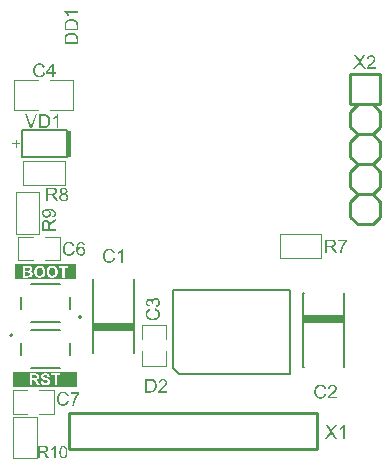
<source format=gto>
G04 Layer_Color=65535*
%FSLAX25Y25*%
%MOIN*%
G70*
G01*
G75*
%ADD24C,0.01000*%
%ADD39C,0.00500*%
%ADD40C,0.00787*%
%ADD41C,0.00492*%
%ADD42C,0.00800*%
%ADD43C,0.00394*%
%ADD44R,0.13386X0.02756*%
%ADD45R,0.01181X0.08831*%
G36*
X21935Y75084D02*
X21994Y75078D01*
X22066Y75071D01*
X22139Y75064D01*
X22224Y75045D01*
X22401Y75005D01*
X22598Y74946D01*
X22696Y74907D01*
X22788Y74861D01*
X22880Y74802D01*
X22972Y74743D01*
X22978Y74736D01*
X22991Y74730D01*
X23018Y74710D01*
X23050Y74677D01*
X23083Y74645D01*
X23129Y74599D01*
X23175Y74546D01*
X23227Y74494D01*
X23280Y74428D01*
X23332Y74349D01*
X23391Y74271D01*
X23444Y74185D01*
X23490Y74087D01*
X23542Y73989D01*
X23582Y73884D01*
X23621Y73766D01*
X23031Y73628D01*
Y73634D01*
X23024Y73647D01*
X23011Y73674D01*
X22998Y73707D01*
X22985Y73746D01*
X22965Y73798D01*
X22913Y73903D01*
X22847Y74021D01*
X22768Y74139D01*
X22670Y74251D01*
X22565Y74349D01*
X22552Y74362D01*
X22512Y74389D01*
X22447Y74422D01*
X22362Y74467D01*
X22250Y74507D01*
X22125Y74546D01*
X21974Y74572D01*
X21811Y74579D01*
X21758D01*
X21725Y74572D01*
X21679D01*
X21627Y74566D01*
X21502Y74546D01*
X21364Y74520D01*
X21220Y74474D01*
X21069Y74408D01*
X20931Y74323D01*
X20925D01*
X20918Y74310D01*
X20872Y74277D01*
X20813Y74225D01*
X20741Y74146D01*
X20656Y74048D01*
X20577Y73936D01*
X20505Y73798D01*
X20439Y73647D01*
Y73641D01*
X20433Y73628D01*
X20426Y73608D01*
X20420Y73575D01*
X20407Y73536D01*
X20393Y73490D01*
X20374Y73378D01*
X20348Y73247D01*
X20321Y73103D01*
X20308Y72946D01*
X20302Y72775D01*
Y72768D01*
Y72749D01*
Y72716D01*
Y72677D01*
X20308Y72631D01*
Y72572D01*
X20315Y72506D01*
X20321Y72434D01*
X20341Y72276D01*
X20374Y72106D01*
X20413Y71935D01*
X20466Y71765D01*
Y71758D01*
X20472Y71745D01*
X20485Y71725D01*
X20498Y71693D01*
X20538Y71614D01*
X20597Y71522D01*
X20669Y71417D01*
X20761Y71306D01*
X20866Y71207D01*
X20990Y71115D01*
X20997D01*
X21010Y71109D01*
X21030Y71096D01*
X21056Y71083D01*
X21089Y71069D01*
X21128Y71050D01*
X21220Y71010D01*
X21338Y70971D01*
X21469Y70938D01*
X21614Y70912D01*
X21765Y70905D01*
X21811D01*
X21850Y70912D01*
X21896D01*
X21942Y70919D01*
X22060Y70945D01*
X22197Y70978D01*
X22335Y71030D01*
X22480Y71102D01*
X22552Y71142D01*
X22617Y71194D01*
X22624Y71201D01*
X22630Y71207D01*
X22650Y71227D01*
X22676Y71246D01*
X22703Y71279D01*
X22735Y71319D01*
X22775Y71358D01*
X22808Y71411D01*
X22847Y71470D01*
X22893Y71535D01*
X22932Y71601D01*
X22972Y71680D01*
X23004Y71765D01*
X23037Y71857D01*
X23070Y71955D01*
X23096Y72060D01*
X23700Y71909D01*
Y71903D01*
X23693Y71876D01*
X23680Y71837D01*
X23660Y71784D01*
X23641Y71725D01*
X23615Y71653D01*
X23582Y71574D01*
X23542Y71489D01*
X23450Y71306D01*
X23332Y71122D01*
X23260Y71030D01*
X23188Y70938D01*
X23109Y70859D01*
X23018Y70781D01*
X23011Y70774D01*
X22998Y70761D01*
X22965Y70748D01*
X22932Y70722D01*
X22880Y70689D01*
X22827Y70656D01*
X22755Y70623D01*
X22683Y70591D01*
X22598Y70551D01*
X22506Y70518D01*
X22407Y70486D01*
X22302Y70453D01*
X22191Y70426D01*
X22073Y70413D01*
X21948Y70400D01*
X21817Y70394D01*
X21745D01*
X21692Y70400D01*
X21633D01*
X21561Y70407D01*
X21483Y70420D01*
X21391Y70433D01*
X21200Y70466D01*
X21004Y70518D01*
X20807Y70591D01*
X20715Y70636D01*
X20623Y70689D01*
X20617Y70696D01*
X20603Y70702D01*
X20577Y70722D01*
X20551Y70748D01*
X20512Y70774D01*
X20466Y70814D01*
X20413Y70859D01*
X20361Y70912D01*
X20308Y70971D01*
X20249Y71030D01*
X20131Y71181D01*
X20020Y71358D01*
X19921Y71555D01*
Y71561D01*
X19908Y71581D01*
X19902Y71614D01*
X19882Y71653D01*
X19869Y71706D01*
X19849Y71771D01*
X19823Y71843D01*
X19803Y71922D01*
X19783Y72008D01*
X19757Y72106D01*
X19724Y72309D01*
X19698Y72539D01*
X19685Y72775D01*
Y72782D01*
Y72808D01*
Y72847D01*
X19692Y72893D01*
Y72959D01*
X19698Y73024D01*
X19705Y73110D01*
X19718Y73195D01*
X19751Y73385D01*
X19797Y73595D01*
X19862Y73805D01*
X19954Y74008D01*
X19961Y74015D01*
X19967Y74035D01*
X19980Y74061D01*
X20007Y74094D01*
X20033Y74139D01*
X20065Y74192D01*
X20151Y74310D01*
X20262Y74441D01*
X20393Y74572D01*
X20544Y74704D01*
X20721Y74815D01*
X20728Y74822D01*
X20748Y74828D01*
X20774Y74841D01*
X20807Y74861D01*
X20859Y74881D01*
X20912Y74900D01*
X20977Y74927D01*
X21049Y74953D01*
X21128Y74979D01*
X21214Y75005D01*
X21397Y75045D01*
X21607Y75078D01*
X21824Y75091D01*
X21889D01*
X21935Y75084D01*
D02*
G37*
G36*
X25910Y75025D02*
X25956D01*
X26009Y75019D01*
X26133Y74992D01*
X26271Y74959D01*
X26416Y74907D01*
X26560Y74828D01*
X26632Y74782D01*
X26698Y74730D01*
X26704Y74723D01*
X26711Y74717D01*
X26730Y74697D01*
X26750Y74677D01*
X26783Y74645D01*
X26809Y74605D01*
X26881Y74513D01*
X26954Y74395D01*
X27019Y74251D01*
X27078Y74087D01*
X27117Y73903D01*
X26560Y73857D01*
Y73864D01*
X26553Y73870D01*
X26547Y73910D01*
X26527Y73969D01*
X26501Y74041D01*
X26475Y74120D01*
X26435Y74199D01*
X26389Y74271D01*
X26343Y74330D01*
X26330Y74343D01*
X26304Y74369D01*
X26258Y74408D01*
X26193Y74454D01*
X26107Y74494D01*
X26015Y74533D01*
X25904Y74559D01*
X25786Y74572D01*
X25740D01*
X25687Y74566D01*
X25628Y74553D01*
X25550Y74533D01*
X25471Y74507D01*
X25392Y74474D01*
X25313Y74422D01*
X25300Y74415D01*
X25268Y74389D01*
X25222Y74343D01*
X25163Y74277D01*
X25097Y74199D01*
X25025Y74107D01*
X24959Y73989D01*
X24894Y73857D01*
Y73851D01*
X24887Y73838D01*
X24881Y73818D01*
X24867Y73792D01*
X24861Y73752D01*
X24848Y73707D01*
X24835Y73654D01*
X24822Y73588D01*
X24802Y73516D01*
X24789Y73438D01*
X24776Y73352D01*
X24769Y73260D01*
X24756Y73155D01*
X24749Y73050D01*
X24743Y72932D01*
Y72814D01*
X24749Y72821D01*
X24776Y72860D01*
X24822Y72913D01*
X24881Y72978D01*
X24946Y73057D01*
X25031Y73129D01*
X25123Y73201D01*
X25228Y73267D01*
X25235D01*
X25241Y73274D01*
X25281Y73293D01*
X25340Y73313D01*
X25418Y73346D01*
X25510Y73372D01*
X25615Y73392D01*
X25727Y73411D01*
X25845Y73418D01*
X25897D01*
X25937Y73411D01*
X25989Y73405D01*
X26042Y73398D01*
X26107Y73385D01*
X26173Y73365D01*
X26324Y73320D01*
X26403Y73287D01*
X26481Y73241D01*
X26560Y73195D01*
X26645Y73142D01*
X26724Y73077D01*
X26796Y73005D01*
X26803Y72998D01*
X26816Y72985D01*
X26835Y72965D01*
X26855Y72932D01*
X26888Y72887D01*
X26921Y72841D01*
X26954Y72782D01*
X26993Y72716D01*
X27032Y72644D01*
X27065Y72565D01*
X27098Y72473D01*
X27131Y72381D01*
X27150Y72283D01*
X27170Y72171D01*
X27183Y72060D01*
X27190Y71942D01*
Y71935D01*
Y71922D01*
Y71903D01*
Y71870D01*
X27183Y71830D01*
Y71791D01*
X27163Y71686D01*
X27144Y71561D01*
X27111Y71430D01*
X27065Y71286D01*
X26999Y71148D01*
Y71142D01*
X26993Y71135D01*
X26980Y71115D01*
X26967Y71089D01*
X26927Y71023D01*
X26868Y70938D01*
X26796Y70846D01*
X26711Y70754D01*
X26606Y70663D01*
X26494Y70584D01*
X26488D01*
X26481Y70577D01*
X26461Y70564D01*
X26435Y70558D01*
X26370Y70525D01*
X26284Y70492D01*
X26173Y70453D01*
X26048Y70426D01*
X25910Y70400D01*
X25760Y70394D01*
X25727D01*
X25694Y70400D01*
X25642D01*
X25583Y70407D01*
X25517Y70420D01*
X25438Y70440D01*
X25359Y70459D01*
X25268Y70486D01*
X25176Y70518D01*
X25084Y70558D01*
X24985Y70610D01*
X24894Y70669D01*
X24802Y70735D01*
X24710Y70814D01*
X24625Y70905D01*
X24618Y70912D01*
X24605Y70932D01*
X24585Y70958D01*
X24559Y71004D01*
X24520Y71063D01*
X24487Y71128D01*
X24448Y71214D01*
X24408Y71306D01*
X24362Y71417D01*
X24323Y71542D01*
X24290Y71680D01*
X24257Y71830D01*
X24225Y72001D01*
X24205Y72185D01*
X24192Y72381D01*
X24185Y72591D01*
Y72598D01*
Y72604D01*
Y72624D01*
Y72650D01*
X24192Y72716D01*
Y72808D01*
X24198Y72913D01*
X24211Y73037D01*
X24225Y73175D01*
X24244Y73326D01*
X24271Y73477D01*
X24303Y73641D01*
X24343Y73798D01*
X24389Y73956D01*
X24448Y74107D01*
X24513Y74251D01*
X24585Y74389D01*
X24671Y74507D01*
X24677Y74513D01*
X24690Y74527D01*
X24717Y74553D01*
X24749Y74592D01*
X24789Y74632D01*
X24841Y74671D01*
X24907Y74723D01*
X24972Y74769D01*
X25051Y74815D01*
X25136Y74868D01*
X25235Y74907D01*
X25333Y74953D01*
X25445Y74986D01*
X25563Y75012D01*
X25687Y75025D01*
X25819Y75032D01*
X25871D01*
X25910Y75025D01*
D02*
G37*
G36*
X19967Y25084D02*
X20026Y25078D01*
X20098Y25071D01*
X20170Y25064D01*
X20255Y25045D01*
X20432Y25005D01*
X20629Y24946D01*
X20728Y24907D01*
X20819Y24861D01*
X20911Y24802D01*
X21003Y24743D01*
X21010Y24736D01*
X21023Y24730D01*
X21049Y24710D01*
X21082Y24677D01*
X21115Y24645D01*
X21160Y24599D01*
X21206Y24546D01*
X21259Y24494D01*
X21311Y24428D01*
X21364Y24349D01*
X21423Y24271D01*
X21475Y24185D01*
X21521Y24087D01*
X21574Y23989D01*
X21613Y23884D01*
X21653Y23766D01*
X21062Y23628D01*
Y23634D01*
X21056Y23648D01*
X21043Y23674D01*
X21029Y23707D01*
X21016Y23746D01*
X20997Y23798D01*
X20944Y23903D01*
X20878Y24021D01*
X20800Y24139D01*
X20701Y24251D01*
X20596Y24349D01*
X20583Y24363D01*
X20544Y24389D01*
X20478Y24422D01*
X20393Y24467D01*
X20281Y24507D01*
X20157Y24546D01*
X20006Y24572D01*
X19842Y24579D01*
X19790D01*
X19757Y24572D01*
X19711D01*
X19658Y24566D01*
X19534Y24546D01*
X19396Y24520D01*
X19252Y24474D01*
X19101Y24408D01*
X18963Y24323D01*
X18956D01*
X18950Y24310D01*
X18904Y24277D01*
X18845Y24225D01*
X18773Y24146D01*
X18687Y24048D01*
X18609Y23936D01*
X18537Y23798D01*
X18471Y23648D01*
Y23641D01*
X18464Y23628D01*
X18458Y23608D01*
X18451Y23575D01*
X18438Y23536D01*
X18425Y23490D01*
X18405Y23379D01*
X18379Y23247D01*
X18353Y23103D01*
X18340Y22946D01*
X18333Y22775D01*
Y22768D01*
Y22749D01*
Y22716D01*
Y22677D01*
X18340Y22631D01*
Y22572D01*
X18346Y22506D01*
X18353Y22434D01*
X18372Y22276D01*
X18405Y22106D01*
X18445Y21935D01*
X18497Y21765D01*
Y21758D01*
X18504Y21745D01*
X18517Y21725D01*
X18530Y21693D01*
X18569Y21614D01*
X18628Y21522D01*
X18700Y21417D01*
X18792Y21306D01*
X18897Y21207D01*
X19022Y21115D01*
X19028D01*
X19042Y21109D01*
X19061Y21096D01*
X19088Y21082D01*
X19120Y21069D01*
X19160Y21050D01*
X19252Y21010D01*
X19370Y20971D01*
X19501Y20938D01*
X19645Y20912D01*
X19796Y20905D01*
X19842D01*
X19881Y20912D01*
X19927D01*
X19973Y20919D01*
X20091Y20945D01*
X20229Y20978D01*
X20367Y21030D01*
X20511Y21102D01*
X20583Y21142D01*
X20649Y21194D01*
X20655Y21201D01*
X20662Y21207D01*
X20682Y21227D01*
X20708Y21247D01*
X20734Y21279D01*
X20767Y21319D01*
X20806Y21358D01*
X20839Y21410D01*
X20878Y21470D01*
X20924Y21535D01*
X20964Y21601D01*
X21003Y21679D01*
X21036Y21765D01*
X21069Y21857D01*
X21102Y21955D01*
X21128Y22060D01*
X21731Y21909D01*
Y21903D01*
X21725Y21876D01*
X21712Y21837D01*
X21692Y21784D01*
X21672Y21725D01*
X21646Y21653D01*
X21613Y21575D01*
X21574Y21489D01*
X21482Y21306D01*
X21364Y21122D01*
X21292Y21030D01*
X21220Y20938D01*
X21141Y20859D01*
X21049Y20781D01*
X21043Y20774D01*
X21029Y20761D01*
X20997Y20748D01*
X20964Y20722D01*
X20911Y20689D01*
X20859Y20656D01*
X20787Y20623D01*
X20715Y20591D01*
X20629Y20551D01*
X20537Y20518D01*
X20439Y20486D01*
X20334Y20453D01*
X20222Y20426D01*
X20104Y20413D01*
X19980Y20400D01*
X19849Y20394D01*
X19776D01*
X19724Y20400D01*
X19665D01*
X19593Y20407D01*
X19514Y20420D01*
X19422Y20433D01*
X19232Y20466D01*
X19035Y20518D01*
X18838Y20591D01*
X18746Y20636D01*
X18655Y20689D01*
X18648Y20696D01*
X18635Y20702D01*
X18609Y20722D01*
X18583Y20748D01*
X18543Y20774D01*
X18497Y20814D01*
X18445Y20859D01*
X18392Y20912D01*
X18340Y20971D01*
X18281Y21030D01*
X18163Y21181D01*
X18051Y21358D01*
X17953Y21555D01*
Y21561D01*
X17940Y21581D01*
X17933Y21614D01*
X17913Y21653D01*
X17900Y21706D01*
X17880Y21771D01*
X17854Y21844D01*
X17835Y21922D01*
X17815Y22007D01*
X17789Y22106D01*
X17756Y22309D01*
X17730Y22539D01*
X17717Y22775D01*
Y22782D01*
Y22808D01*
Y22847D01*
X17723Y22893D01*
Y22959D01*
X17730Y23024D01*
X17736Y23110D01*
X17749Y23195D01*
X17782Y23385D01*
X17828Y23595D01*
X17894Y23805D01*
X17986Y24008D01*
X17992Y24015D01*
X17999Y24035D01*
X18012Y24061D01*
X18038Y24094D01*
X18064Y24139D01*
X18097Y24192D01*
X18182Y24310D01*
X18294Y24441D01*
X18425Y24572D01*
X18576Y24704D01*
X18753Y24815D01*
X18760Y24822D01*
X18779Y24828D01*
X18805Y24841D01*
X18838Y24861D01*
X18891Y24881D01*
X18943Y24900D01*
X19009Y24927D01*
X19081Y24953D01*
X19160Y24979D01*
X19245Y25005D01*
X19429Y25045D01*
X19639Y25078D01*
X19855Y25091D01*
X19921D01*
X19967Y25084D01*
D02*
G37*
G36*
X15178Y86061D02*
X15263D01*
X15361Y86055D01*
X15460Y86041D01*
X15683Y86022D01*
X15919Y85989D01*
X16142Y85943D01*
X16254Y85910D01*
X16352Y85877D01*
X16359D01*
X16372Y85871D01*
X16398Y85858D01*
X16437Y85845D01*
X16477Y85825D01*
X16529Y85799D01*
X16641Y85733D01*
X16765Y85654D01*
X16896Y85563D01*
X17021Y85444D01*
X17133Y85313D01*
Y85307D01*
X17146Y85294D01*
X17159Y85274D01*
X17172Y85248D01*
X17192Y85208D01*
X17218Y85169D01*
X17244Y85116D01*
X17264Y85064D01*
X17316Y84939D01*
X17362Y84789D01*
X17388Y84624D01*
X17402Y84441D01*
Y84434D01*
Y84415D01*
Y84388D01*
X17395Y84355D01*
Y84310D01*
X17388Y84257D01*
X17362Y84132D01*
X17329Y83995D01*
X17277Y83850D01*
X17205Y83706D01*
X17159Y83634D01*
X17106Y83568D01*
X17100Y83562D01*
X17093Y83555D01*
X17074Y83535D01*
X17054Y83516D01*
X17021Y83490D01*
X16982Y83457D01*
X16890Y83391D01*
X16772Y83326D01*
X16627Y83260D01*
X16464Y83207D01*
X16273Y83168D01*
X16227Y83706D01*
X16234D01*
X16247Y83713D01*
X16260D01*
X16286Y83719D01*
X16359Y83739D01*
X16437Y83765D01*
X16529Y83798D01*
X16621Y83844D01*
X16706Y83896D01*
X16778Y83962D01*
X16785Y83969D01*
X16805Y83995D01*
X16831Y84041D01*
X16857Y84093D01*
X16890Y84165D01*
X16916Y84251D01*
X16936Y84349D01*
X16942Y84454D01*
Y84467D01*
Y84500D01*
X16936Y84546D01*
X16929Y84605D01*
X16916Y84677D01*
X16896Y84749D01*
X16870Y84828D01*
X16831Y84900D01*
X16824Y84907D01*
X16811Y84933D01*
X16785Y84972D01*
X16746Y85012D01*
X16700Y85064D01*
X16647Y85116D01*
X16588Y85169D01*
X16516Y85221D01*
X16509Y85228D01*
X16477Y85241D01*
X16431Y85267D01*
X16372Y85294D01*
X16293Y85326D01*
X16201Y85359D01*
X16096Y85392D01*
X15978Y85425D01*
X15971D01*
X15965Y85431D01*
X15945D01*
X15919Y85438D01*
X15853Y85451D01*
X15768Y85471D01*
X15663Y85484D01*
X15552Y85497D01*
X15427Y85504D01*
X15296Y85510D01*
X15184D01*
X15197Y85504D01*
X15230Y85477D01*
X15276Y85438D01*
X15342Y85392D01*
X15407Y85326D01*
X15480Y85248D01*
X15552Y85156D01*
X15617Y85051D01*
X15624Y85038D01*
X15643Y84998D01*
X15670Y84939D01*
X15696Y84867D01*
X15729Y84769D01*
X15755Y84664D01*
X15775Y84546D01*
X15781Y84421D01*
Y84415D01*
Y84395D01*
Y84369D01*
X15775Y84329D01*
X15768Y84277D01*
X15762Y84224D01*
X15748Y84159D01*
X15729Y84093D01*
X15683Y83942D01*
X15650Y83864D01*
X15611Y83785D01*
X15565Y83700D01*
X15506Y83621D01*
X15447Y83542D01*
X15374Y83470D01*
X15368Y83463D01*
X15355Y83450D01*
X15335Y83437D01*
X15302Y83411D01*
X15256Y83378D01*
X15211Y83345D01*
X15152Y83312D01*
X15086Y83280D01*
X15014Y83240D01*
X14935Y83207D01*
X14843Y83175D01*
X14751Y83142D01*
X14646Y83116D01*
X14535Y83103D01*
X14423Y83089D01*
X14299Y83083D01*
X14233D01*
X14187Y83089D01*
X14128Y83096D01*
X14056Y83103D01*
X13984Y83116D01*
X13898Y83135D01*
X13728Y83181D01*
X13636Y83214D01*
X13538Y83253D01*
X13446Y83299D01*
X13361Y83358D01*
X13269Y83417D01*
X13190Y83490D01*
X13183Y83496D01*
X13170Y83509D01*
X13151Y83529D01*
X13124Y83562D01*
X13092Y83601D01*
X13052Y83654D01*
X13020Y83706D01*
X12974Y83772D01*
X12934Y83837D01*
X12901Y83916D01*
X12829Y84093D01*
X12803Y84185D01*
X12783Y84290D01*
X12770Y84395D01*
X12764Y84506D01*
Y84513D01*
Y84526D01*
Y84552D01*
X12770Y84585D01*
Y84618D01*
X12777Y84664D01*
X12796Y84775D01*
X12823Y84900D01*
X12869Y85038D01*
X12928Y85176D01*
X13006Y85313D01*
Y85320D01*
X13020Y85326D01*
X13033Y85346D01*
X13052Y85372D01*
X13105Y85438D01*
X13177Y85523D01*
X13275Y85609D01*
X13393Y85707D01*
X13531Y85792D01*
X13689Y85871D01*
X13695D01*
X13708Y85877D01*
X13735Y85891D01*
X13767Y85904D01*
X13813Y85917D01*
X13872Y85936D01*
X13938Y85950D01*
X14010Y85969D01*
X14095Y85989D01*
X14194Y86009D01*
X14299Y86022D01*
X14410Y86035D01*
X14535Y86048D01*
X14666Y86061D01*
X14810Y86068D01*
X15105D01*
X15178Y86061D01*
D02*
G37*
G36*
X16711Y131522D02*
X17327D01*
Y131010D01*
X16711D01*
Y129921D01*
X16153D01*
Y131010D01*
X14179D01*
Y131522D01*
X16258Y134461D01*
X16711D01*
Y131522D01*
D02*
G37*
G36*
X50565Y52827D02*
X50604Y52814D01*
X50656Y52794D01*
X50716Y52775D01*
X50788Y52748D01*
X50866Y52715D01*
X50952Y52676D01*
X51135Y52584D01*
X51319Y52466D01*
X51411Y52394D01*
X51503Y52322D01*
X51582Y52243D01*
X51660Y52151D01*
X51667Y52145D01*
X51680Y52132D01*
X51693Y52099D01*
X51719Y52066D01*
X51752Y52014D01*
X51785Y51961D01*
X51818Y51889D01*
X51850Y51817D01*
X51890Y51731D01*
X51923Y51640D01*
X51955Y51541D01*
X51988Y51436D01*
X52014Y51325D01*
X52027Y51207D01*
X52041Y51082D01*
X52047Y50951D01*
Y50944D01*
Y50918D01*
Y50879D01*
X52041Y50826D01*
Y50767D01*
X52034Y50695D01*
X52021Y50616D01*
X52008Y50524D01*
X51975Y50334D01*
X51923Y50138D01*
X51850Y49941D01*
X51805Y49849D01*
X51752Y49757D01*
X51745Y49750D01*
X51739Y49737D01*
X51719Y49711D01*
X51693Y49685D01*
X51667Y49646D01*
X51627Y49599D01*
X51582Y49547D01*
X51529Y49495D01*
X51470Y49442D01*
X51411Y49383D01*
X51260Y49265D01*
X51083Y49154D01*
X50886Y49055D01*
X50880D01*
X50860Y49042D01*
X50827Y49035D01*
X50788Y49016D01*
X50735Y49003D01*
X50670Y48983D01*
X50598Y48957D01*
X50519Y48937D01*
X50433Y48917D01*
X50335Y48891D01*
X50132Y48858D01*
X49902Y48832D01*
X49666Y48819D01*
X49594D01*
X49548Y48825D01*
X49482D01*
X49417Y48832D01*
X49331Y48839D01*
X49246Y48852D01*
X49056Y48884D01*
X48846Y48930D01*
X48636Y48996D01*
X48433Y49088D01*
X48426Y49094D01*
X48406Y49101D01*
X48380Y49114D01*
X48347Y49140D01*
X48302Y49167D01*
X48249Y49199D01*
X48131Y49285D01*
X48000Y49396D01*
X47868Y49527D01*
X47737Y49678D01*
X47626Y49855D01*
X47619Y49862D01*
X47613Y49882D01*
X47600Y49908D01*
X47580Y49941D01*
X47560Y49993D01*
X47541Y50046D01*
X47514Y50111D01*
X47488Y50183D01*
X47462Y50262D01*
X47436Y50347D01*
X47396Y50531D01*
X47363Y50741D01*
X47350Y50958D01*
Y50964D01*
Y50990D01*
Y51023D01*
X47357Y51069D01*
X47363Y51128D01*
X47370Y51200D01*
X47376Y51272D01*
X47396Y51358D01*
X47436Y51535D01*
X47495Y51731D01*
X47534Y51830D01*
X47580Y51922D01*
X47639Y52014D01*
X47698Y52105D01*
X47704Y52112D01*
X47711Y52125D01*
X47731Y52151D01*
X47763Y52184D01*
X47796Y52217D01*
X47842Y52263D01*
X47895Y52309D01*
X47947Y52361D01*
X48013Y52414D01*
X48092Y52466D01*
X48170Y52525D01*
X48256Y52578D01*
X48354Y52624D01*
X48452Y52676D01*
X48557Y52715D01*
X48675Y52755D01*
X48813Y52165D01*
X48807D01*
X48794Y52158D01*
X48767Y52145D01*
X48734Y52132D01*
X48695Y52119D01*
X48643Y52099D01*
X48538Y52046D01*
X48419Y51981D01*
X48302Y51902D01*
X48190Y51804D01*
X48092Y51699D01*
X48078Y51686D01*
X48052Y51646D01*
X48019Y51581D01*
X47973Y51495D01*
X47934Y51384D01*
X47895Y51259D01*
X47868Y51108D01*
X47862Y50944D01*
Y50938D01*
Y50918D01*
Y50892D01*
X47868Y50859D01*
Y50813D01*
X47875Y50761D01*
X47895Y50636D01*
X47921Y50498D01*
X47967Y50354D01*
X48033Y50203D01*
X48118Y50065D01*
Y50059D01*
X48131Y50052D01*
X48164Y50006D01*
X48216Y49947D01*
X48295Y49875D01*
X48393Y49790D01*
X48505Y49711D01*
X48643Y49639D01*
X48794Y49573D01*
X48800D01*
X48813Y49567D01*
X48833Y49560D01*
X48866Y49554D01*
X48905Y49540D01*
X48951Y49527D01*
X49062Y49508D01*
X49194Y49481D01*
X49338Y49455D01*
X49495Y49442D01*
X49666Y49435D01*
X49764D01*
X49810Y49442D01*
X49869D01*
X49935Y49449D01*
X50007Y49455D01*
X50165Y49475D01*
X50335Y49508D01*
X50506Y49547D01*
X50676Y49599D01*
X50683D01*
X50696Y49606D01*
X50716Y49619D01*
X50748Y49632D01*
X50827Y49672D01*
X50919Y49731D01*
X51024Y49803D01*
X51135Y49895D01*
X51234Y50000D01*
X51326Y50124D01*
Y50131D01*
X51332Y50144D01*
X51345Y50164D01*
X51358Y50190D01*
X51372Y50223D01*
X51391Y50262D01*
X51431Y50354D01*
X51470Y50472D01*
X51503Y50603D01*
X51529Y50748D01*
X51535Y50898D01*
Y50905D01*
Y50918D01*
Y50944D01*
X51529Y50984D01*
Y51030D01*
X51522Y51076D01*
X51496Y51194D01*
X51463Y51331D01*
X51411Y51469D01*
X51339Y51613D01*
X51299Y51686D01*
X51247Y51751D01*
X51240Y51758D01*
X51234Y51764D01*
X51214Y51784D01*
X51194Y51810D01*
X51162Y51837D01*
X51122Y51869D01*
X51083Y51909D01*
X51030Y51942D01*
X50971Y51981D01*
X50906Y52027D01*
X50840Y52066D01*
X50761Y52105D01*
X50676Y52138D01*
X50584Y52171D01*
X50486Y52204D01*
X50381Y52230D01*
X50532Y52834D01*
X50538D01*
X50565Y52827D01*
D02*
G37*
G36*
X50729Y56317D02*
X50781Y56310D01*
X50840Y56297D01*
X50906Y56284D01*
X50978Y56271D01*
X51135Y56219D01*
X51221Y56179D01*
X51299Y56140D01*
X51385Y56087D01*
X51470Y56028D01*
X51555Y55963D01*
X51634Y55884D01*
X51640Y55878D01*
X51654Y55864D01*
X51673Y55838D01*
X51700Y55805D01*
X51732Y55766D01*
X51765Y55713D01*
X51805Y55654D01*
X51837Y55582D01*
X51877Y55510D01*
X51916Y55425D01*
X51949Y55339D01*
X51982Y55241D01*
X52008Y55136D01*
X52027Y55025D01*
X52041Y54913D01*
X52047Y54789D01*
Y54782D01*
Y54762D01*
Y54729D01*
X52041Y54690D01*
X52034Y54638D01*
X52027Y54579D01*
X52014Y54513D01*
X52001Y54441D01*
X51962Y54283D01*
X51896Y54119D01*
X51857Y54034D01*
X51811Y53955D01*
X51752Y53877D01*
X51693Y53798D01*
X51686Y53791D01*
X51673Y53778D01*
X51654Y53759D01*
X51627Y53739D01*
X51595Y53706D01*
X51549Y53673D01*
X51503Y53634D01*
X51444Y53595D01*
X51378Y53555D01*
X51313Y53516D01*
X51155Y53444D01*
X50971Y53385D01*
X50873Y53365D01*
X50768Y53352D01*
X50696Y53909D01*
X50702D01*
X50716Y53916D01*
X50742Y53923D01*
X50775Y53929D01*
X50814Y53936D01*
X50860Y53949D01*
X50958Y53982D01*
X51076Y54027D01*
X51188Y54087D01*
X51293Y54152D01*
X51385Y54231D01*
X51391Y54244D01*
X51417Y54270D01*
X51450Y54323D01*
X51483Y54388D01*
X51522Y54467D01*
X51555Y54566D01*
X51582Y54677D01*
X51588Y54795D01*
Y54802D01*
Y54815D01*
Y54834D01*
X51582Y54861D01*
X51575Y54933D01*
X51555Y55025D01*
X51522Y55130D01*
X51477Y55241D01*
X51411Y55353D01*
X51319Y55458D01*
X51306Y55471D01*
X51267Y55503D01*
X51208Y55543D01*
X51129Y55595D01*
X51030Y55648D01*
X50919Y55687D01*
X50788Y55720D01*
X50643Y55733D01*
X50604D01*
X50578Y55727D01*
X50506Y55720D01*
X50420Y55700D01*
X50315Y55674D01*
X50210Y55628D01*
X50106Y55563D01*
X50007Y55477D01*
X49994Y55464D01*
X49968Y55431D01*
X49928Y55379D01*
X49882Y55307D01*
X49837Y55215D01*
X49797Y55103D01*
X49771Y54979D01*
X49758Y54841D01*
Y54834D01*
Y54815D01*
Y54782D01*
X49764Y54736D01*
X49771Y54677D01*
X49784Y54611D01*
X49797Y54533D01*
X49817Y54447D01*
X49325Y54513D01*
Y54519D01*
Y54546D01*
X49331Y54572D01*
Y54598D01*
Y54605D01*
Y54611D01*
Y54631D01*
Y54657D01*
X49318Y54729D01*
X49305Y54815D01*
X49286Y54913D01*
X49253Y55025D01*
X49207Y55130D01*
X49148Y55241D01*
Y55248D01*
X49141Y55254D01*
X49115Y55287D01*
X49069Y55333D01*
X49010Y55386D01*
X48925Y55438D01*
X48826Y55484D01*
X48715Y55517D01*
X48649Y55530D01*
X48524D01*
X48472Y55517D01*
X48400Y55503D01*
X48321Y55477D01*
X48236Y55445D01*
X48151Y55392D01*
X48072Y55320D01*
X48065Y55313D01*
X48039Y55281D01*
X48006Y55235D01*
X47967Y55176D01*
X47934Y55097D01*
X47901Y55005D01*
X47875Y54900D01*
X47868Y54782D01*
Y54775D01*
Y54769D01*
Y54729D01*
X47882Y54670D01*
X47895Y54592D01*
X47921Y54506D01*
X47954Y54421D01*
X48006Y54329D01*
X48072Y54244D01*
X48078Y54238D01*
X48111Y54211D01*
X48157Y54172D01*
X48223Y54126D01*
X48308Y54080D01*
X48413Y54034D01*
X48538Y53995D01*
X48682Y53969D01*
X48583Y53411D01*
X48577D01*
X48557Y53417D01*
X48531Y53424D01*
X48492Y53431D01*
X48446Y53444D01*
X48393Y53463D01*
X48269Y53503D01*
X48124Y53568D01*
X47980Y53647D01*
X47842Y53746D01*
X47718Y53870D01*
X47711Y53877D01*
X47704Y53890D01*
X47691Y53909D01*
X47672Y53936D01*
X47646Y53969D01*
X47619Y54014D01*
X47593Y54060D01*
X47560Y54119D01*
X47508Y54251D01*
X47455Y54401D01*
X47422Y54579D01*
X47409Y54670D01*
Y54769D01*
Y54775D01*
Y54789D01*
Y54808D01*
Y54834D01*
X47416Y54907D01*
X47429Y54992D01*
X47449Y55097D01*
X47482Y55215D01*
X47521Y55333D01*
X47573Y55451D01*
Y55458D01*
X47580Y55464D01*
X47600Y55503D01*
X47639Y55563D01*
X47685Y55628D01*
X47750Y55707D01*
X47823Y55786D01*
X47908Y55864D01*
X48006Y55930D01*
X48019Y55936D01*
X48052Y55956D01*
X48111Y55982D01*
X48183Y56015D01*
X48269Y56048D01*
X48367Y56074D01*
X48479Y56094D01*
X48590Y56100D01*
X48643D01*
X48695Y56094D01*
X48767Y56081D01*
X48853Y56061D01*
X48944Y56028D01*
X49036Y55989D01*
X49128Y55936D01*
X49141Y55930D01*
X49167Y55910D01*
X49213Y55871D01*
X49266Y55818D01*
X49325Y55753D01*
X49390Y55674D01*
X49450Y55582D01*
X49509Y55471D01*
Y55477D01*
X49515Y55490D01*
X49522Y55510D01*
X49528Y55536D01*
X49554Y55608D01*
X49594Y55700D01*
X49646Y55805D01*
X49712Y55910D01*
X49797Y56009D01*
X49896Y56100D01*
X49909Y56107D01*
X49948Y56133D01*
X50014Y56173D01*
X50099Y56212D01*
X50204Y56251D01*
X50328Y56291D01*
X50473Y56317D01*
X50630Y56323D01*
X50689D01*
X50729Y56317D01*
D02*
G37*
G36*
X17323Y81981D02*
X16378Y81384D01*
X16372D01*
X16359Y81371D01*
X16339Y81358D01*
X16313Y81338D01*
X16240Y81292D01*
X16149Y81233D01*
X16050Y81161D01*
X15945Y81089D01*
X15847Y81016D01*
X15755Y80951D01*
X15748Y80944D01*
X15722Y80925D01*
X15683Y80892D01*
X15637Y80846D01*
X15539Y80747D01*
X15493Y80695D01*
X15453Y80643D01*
X15447Y80636D01*
X15440Y80623D01*
X15427Y80597D01*
X15407Y80557D01*
X15388Y80518D01*
X15368Y80472D01*
X15335Y80367D01*
Y80361D01*
X15329Y80347D01*
Y80321D01*
X15322Y80288D01*
X15315Y80242D01*
Y80190D01*
X15309Y80118D01*
Y80039D01*
Y79344D01*
X17323D01*
Y78740D01*
X12783D01*
Y80747D01*
Y80754D01*
Y80774D01*
Y80807D01*
Y80846D01*
X12790Y80898D01*
Y80957D01*
X12796Y81095D01*
X12816Y81239D01*
X12836Y81397D01*
X12869Y81541D01*
X12888Y81613D01*
X12908Y81673D01*
Y81679D01*
X12914Y81686D01*
X12934Y81725D01*
X12960Y81784D01*
X13006Y81856D01*
X13065Y81935D01*
X13144Y82020D01*
X13236Y82099D01*
X13341Y82178D01*
X13348D01*
X13354Y82184D01*
X13393Y82210D01*
X13459Y82237D01*
X13544Y82276D01*
X13643Y82309D01*
X13761Y82342D01*
X13885Y82361D01*
X14023Y82368D01*
X14069D01*
X14102Y82361D01*
X14148D01*
X14194Y82355D01*
X14305Y82328D01*
X14436Y82289D01*
X14574Y82237D01*
X14712Y82158D01*
X14777Y82105D01*
X14843Y82053D01*
X14850Y82046D01*
X14856Y82040D01*
X14876Y82020D01*
X14896Y81994D01*
X14922Y81961D01*
X14948Y81922D01*
X14981Y81869D01*
X15020Y81817D01*
X15053Y81751D01*
X15086Y81679D01*
X15125Y81600D01*
X15158Y81515D01*
X15184Y81417D01*
X15217Y81318D01*
X15237Y81207D01*
X15256Y81089D01*
X15263Y81102D01*
X15276Y81128D01*
X15302Y81167D01*
X15329Y81220D01*
X15401Y81338D01*
X15447Y81397D01*
X15486Y81449D01*
X15499Y81463D01*
X15532Y81495D01*
X15584Y81548D01*
X15650Y81613D01*
X15742Y81686D01*
X15840Y81771D01*
X15958Y81856D01*
X16090Y81948D01*
X17323Y82729D01*
Y81981D01*
D02*
G37*
G36*
X12093Y134533D02*
X12152Y134526D01*
X12224Y134520D01*
X12296Y134513D01*
X12381Y134494D01*
X12558Y134454D01*
X12755Y134395D01*
X12854Y134356D01*
X12945Y134310D01*
X13037Y134251D01*
X13129Y134192D01*
X13136Y134185D01*
X13149Y134179D01*
X13175Y134159D01*
X13208Y134126D01*
X13241Y134093D01*
X13286Y134047D01*
X13332Y133995D01*
X13385Y133942D01*
X13437Y133877D01*
X13490Y133798D01*
X13549Y133720D01*
X13601Y133634D01*
X13647Y133536D01*
X13700Y133437D01*
X13739Y133333D01*
X13779Y133214D01*
X13188Y133077D01*
Y133083D01*
X13182Y133096D01*
X13168Y133123D01*
X13155Y133155D01*
X13142Y133195D01*
X13123Y133247D01*
X13070Y133352D01*
X13004Y133470D01*
X12926Y133588D01*
X12827Y133700D01*
X12722Y133798D01*
X12709Y133811D01*
X12670Y133838D01*
X12604Y133870D01*
X12519Y133916D01*
X12408Y133956D01*
X12283Y133995D01*
X12132Y134021D01*
X11968Y134028D01*
X11915D01*
X11883Y134021D01*
X11837D01*
X11784Y134015D01*
X11660Y133995D01*
X11522Y133969D01*
X11378Y133923D01*
X11227Y133857D01*
X11089Y133772D01*
X11082D01*
X11076Y133759D01*
X11030Y133726D01*
X10971Y133674D01*
X10899Y133595D01*
X10813Y133496D01*
X10735Y133385D01*
X10662Y133247D01*
X10597Y133096D01*
Y133090D01*
X10590Y133077D01*
X10584Y133057D01*
X10577Y133024D01*
X10564Y132985D01*
X10551Y132939D01*
X10531Y132827D01*
X10505Y132696D01*
X10479Y132552D01*
X10466Y132394D01*
X10459Y132224D01*
Y132217D01*
Y132198D01*
Y132165D01*
Y132125D01*
X10466Y132080D01*
Y132020D01*
X10472Y131955D01*
X10479Y131883D01*
X10498Y131725D01*
X10531Y131555D01*
X10571Y131384D01*
X10623Y131214D01*
Y131207D01*
X10630Y131194D01*
X10643Y131174D01*
X10656Y131141D01*
X10695Y131063D01*
X10754Y130971D01*
X10826Y130866D01*
X10918Y130754D01*
X11023Y130656D01*
X11148Y130564D01*
X11154D01*
X11168Y130558D01*
X11187Y130544D01*
X11214Y130531D01*
X11246Y130518D01*
X11286Y130499D01*
X11378Y130459D01*
X11496Y130420D01*
X11627Y130387D01*
X11771Y130361D01*
X11922Y130354D01*
X11968D01*
X12007Y130361D01*
X12053D01*
X12099Y130367D01*
X12217Y130394D01*
X12355Y130426D01*
X12493Y130479D01*
X12637Y130551D01*
X12709Y130590D01*
X12775Y130643D01*
X12781Y130649D01*
X12788Y130656D01*
X12808Y130676D01*
X12834Y130695D01*
X12860Y130728D01*
X12893Y130768D01*
X12932Y130807D01*
X12965Y130859D01*
X13004Y130918D01*
X13050Y130984D01*
X13090Y131050D01*
X13129Y131128D01*
X13162Y131214D01*
X13195Y131305D01*
X13228Y131404D01*
X13254Y131509D01*
X13857Y131358D01*
Y131351D01*
X13851Y131325D01*
X13838Y131286D01*
X13818Y131233D01*
X13798Y131174D01*
X13772Y131102D01*
X13739Y131023D01*
X13700Y130938D01*
X13608Y130754D01*
X13490Y130571D01*
X13418Y130479D01*
X13346Y130387D01*
X13267Y130308D01*
X13175Y130230D01*
X13168Y130223D01*
X13155Y130210D01*
X13123Y130197D01*
X13090Y130171D01*
X13037Y130138D01*
X12985Y130105D01*
X12913Y130072D01*
X12840Y130039D01*
X12755Y130000D01*
X12663Y129967D01*
X12565Y129934D01*
X12460Y129902D01*
X12348Y129875D01*
X12230Y129862D01*
X12106Y129849D01*
X11975Y129842D01*
X11902D01*
X11850Y129849D01*
X11791D01*
X11719Y129856D01*
X11640Y129869D01*
X11548Y129882D01*
X11358Y129915D01*
X11161Y129967D01*
X10964Y130039D01*
X10872Y130085D01*
X10781Y130138D01*
X10774Y130144D01*
X10761Y130151D01*
X10735Y130171D01*
X10708Y130197D01*
X10669Y130223D01*
X10623Y130262D01*
X10571Y130308D01*
X10518Y130361D01*
X10466Y130420D01*
X10407Y130479D01*
X10289Y130630D01*
X10177Y130807D01*
X10079Y131004D01*
Y131010D01*
X10066Y131030D01*
X10059Y131063D01*
X10039Y131102D01*
X10026Y131155D01*
X10007Y131220D01*
X9980Y131292D01*
X9961Y131371D01*
X9941Y131456D01*
X9915Y131555D01*
X9882Y131758D01*
X9856Y131988D01*
X9843Y132224D01*
Y132230D01*
Y132257D01*
Y132296D01*
X9849Y132342D01*
Y132407D01*
X9856Y132473D01*
X9862Y132558D01*
X9875Y132644D01*
X9908Y132834D01*
X9954Y133044D01*
X10020Y133254D01*
X10112Y133457D01*
X10118Y133464D01*
X10125Y133483D01*
X10138Y133510D01*
X10164Y133542D01*
X10190Y133588D01*
X10223Y133641D01*
X10308Y133759D01*
X10420Y133890D01*
X10551Y134021D01*
X10702Y134152D01*
X10879Y134264D01*
X10886Y134271D01*
X10905Y134277D01*
X10932Y134290D01*
X10964Y134310D01*
X11017Y134330D01*
X11069Y134349D01*
X11135Y134376D01*
X11207Y134402D01*
X11286Y134428D01*
X11371Y134454D01*
X11555Y134494D01*
X11765Y134526D01*
X11981Y134539D01*
X12047D01*
X12093Y134533D01*
D02*
G37*
G36*
X25221Y24513D02*
X25215Y24507D01*
X25201Y24494D01*
X25175Y24467D01*
X25149Y24428D01*
X25110Y24382D01*
X25057Y24330D01*
X25005Y24264D01*
X24946Y24185D01*
X24887Y24107D01*
X24814Y24015D01*
X24742Y23910D01*
X24670Y23805D01*
X24591Y23687D01*
X24513Y23562D01*
X24434Y23424D01*
X24355Y23287D01*
X24349Y23280D01*
X24336Y23254D01*
X24316Y23214D01*
X24283Y23155D01*
X24250Y23083D01*
X24211Y23005D01*
X24165Y22913D01*
X24119Y22808D01*
X24067Y22690D01*
X24008Y22572D01*
X23955Y22440D01*
X23903Y22303D01*
X23798Y22021D01*
X23699Y21719D01*
Y21712D01*
X23693Y21693D01*
X23686Y21660D01*
X23673Y21620D01*
X23660Y21568D01*
X23647Y21502D01*
X23627Y21430D01*
X23614Y21351D01*
X23594Y21260D01*
X23575Y21161D01*
X23542Y20951D01*
X23509Y20722D01*
X23489Y20472D01*
X22919D01*
Y20479D01*
Y20499D01*
Y20525D01*
X22925Y20564D01*
Y20617D01*
X22932Y20682D01*
X22938Y20754D01*
X22945Y20833D01*
X22958Y20925D01*
X22971Y21017D01*
X22991Y21128D01*
X23010Y21240D01*
X23030Y21358D01*
X23056Y21489D01*
X23122Y21758D01*
Y21765D01*
X23129Y21791D01*
X23142Y21830D01*
X23161Y21889D01*
X23181Y21955D01*
X23207Y22034D01*
X23234Y22126D01*
X23273Y22224D01*
X23312Y22335D01*
X23352Y22447D01*
X23450Y22696D01*
X23568Y22959D01*
X23699Y23221D01*
X23706Y23228D01*
X23719Y23254D01*
X23739Y23287D01*
X23765Y23339D01*
X23798Y23398D01*
X23844Y23470D01*
X23889Y23549D01*
X23942Y23634D01*
X24067Y23825D01*
X24198Y24021D01*
X24349Y24225D01*
X24506Y24415D01*
X22282D01*
Y24953D01*
X25221D01*
Y24513D01*
D02*
G37*
G36*
X22645Y144691D02*
X22697D01*
X22822Y144684D01*
X22966Y144664D01*
X23117Y144645D01*
X23275Y144612D01*
X23432Y144573D01*
X23439D01*
X23452Y144566D01*
X23471Y144559D01*
X23498Y144553D01*
X23570Y144527D01*
X23662Y144487D01*
X23767Y144448D01*
X23872Y144395D01*
X23983Y144330D01*
X24088Y144264D01*
X24101Y144258D01*
X24134Y144231D01*
X24180Y144192D01*
X24239Y144140D01*
X24305Y144081D01*
X24370Y144008D01*
X24442Y143936D01*
X24501Y143851D01*
X24508Y143838D01*
X24528Y143812D01*
X24554Y143766D01*
X24587Y143700D01*
X24626Y143621D01*
X24659Y143529D01*
X24698Y143425D01*
X24731Y143307D01*
Y143300D01*
Y143293D01*
X24737Y143274D01*
X24744Y143254D01*
X24751Y143188D01*
X24764Y143097D01*
X24777Y142992D01*
X24790Y142867D01*
X24797Y142729D01*
X24803Y142578D01*
Y140945D01*
X20264D01*
Y142506D01*
Y142513D01*
Y142532D01*
Y142559D01*
Y142591D01*
Y142637D01*
Y142690D01*
X20270Y142808D01*
X20277Y142939D01*
X20290Y143070D01*
X20310Y143201D01*
X20329Y143313D01*
Y143320D01*
X20336Y143333D01*
Y143352D01*
X20349Y143379D01*
X20369Y143451D01*
X20401Y143543D01*
X20447Y143648D01*
X20506Y143759D01*
X20572Y143871D01*
X20657Y143976D01*
X20664Y143982D01*
X20670Y143989D01*
X20690Y144008D01*
X20710Y144035D01*
X20775Y144100D01*
X20867Y144179D01*
X20979Y144264D01*
X21110Y144356D01*
X21261Y144441D01*
X21431Y144513D01*
X21438D01*
X21451Y144520D01*
X21477Y144533D01*
X21517Y144540D01*
X21563Y144559D01*
X21615Y144573D01*
X21674Y144586D01*
X21746Y144605D01*
X21818Y144625D01*
X21904Y144638D01*
X22087Y144671D01*
X22291Y144691D01*
X22514Y144697D01*
X22599D01*
X22645Y144691D01*
D02*
G37*
G36*
X16331Y93116D02*
X16390D01*
X16528Y93109D01*
X16673Y93089D01*
X16830Y93070D01*
X16974Y93037D01*
X17047Y93017D01*
X17106Y92998D01*
X17112D01*
X17119Y92991D01*
X17158Y92971D01*
X17217Y92945D01*
X17289Y92899D01*
X17368Y92840D01*
X17453Y92761D01*
X17532Y92670D01*
X17611Y92565D01*
Y92558D01*
X17617Y92551D01*
X17643Y92512D01*
X17670Y92447D01*
X17709Y92361D01*
X17742Y92263D01*
X17775Y92145D01*
X17794Y92020D01*
X17801Y91882D01*
Y91876D01*
Y91863D01*
Y91836D01*
X17794Y91804D01*
Y91758D01*
X17788Y91712D01*
X17762Y91600D01*
X17722Y91469D01*
X17670Y91331D01*
X17591Y91194D01*
X17538Y91128D01*
X17486Y91062D01*
X17480Y91056D01*
X17473Y91049D01*
X17453Y91030D01*
X17427Y91010D01*
X17394Y90984D01*
X17355Y90957D01*
X17302Y90925D01*
X17250Y90885D01*
X17184Y90852D01*
X17112Y90820D01*
X17033Y90780D01*
X16948Y90747D01*
X16850Y90721D01*
X16751Y90688D01*
X16640Y90669D01*
X16522Y90649D01*
X16535Y90642D01*
X16561Y90629D01*
X16600Y90603D01*
X16653Y90577D01*
X16771Y90505D01*
X16830Y90459D01*
X16883Y90420D01*
X16896Y90406D01*
X16928Y90374D01*
X16981Y90321D01*
X17047Y90255D01*
X17119Y90164D01*
X17204Y90065D01*
X17289Y89947D01*
X17381Y89816D01*
X18162Y88583D01*
X17414D01*
X16817Y89527D01*
Y89534D01*
X16804Y89547D01*
X16791Y89567D01*
X16771Y89593D01*
X16725Y89665D01*
X16666Y89757D01*
X16594Y89855D01*
X16522Y89960D01*
X16450Y90059D01*
X16384Y90150D01*
X16377Y90157D01*
X16358Y90183D01*
X16325Y90223D01*
X16279Y90269D01*
X16181Y90367D01*
X16128Y90413D01*
X16076Y90452D01*
X16069Y90459D01*
X16056Y90465D01*
X16030Y90478D01*
X15990Y90498D01*
X15951Y90518D01*
X15905Y90538D01*
X15800Y90570D01*
X15793D01*
X15780Y90577D01*
X15754D01*
X15721Y90583D01*
X15676Y90590D01*
X15623D01*
X15551Y90597D01*
X14777D01*
Y88583D01*
X14173D01*
Y93122D01*
X16279D01*
X16331Y93116D01*
D02*
G37*
G36*
X109245Y75793D02*
X109304D01*
X109442Y75786D01*
X109586Y75767D01*
X109743Y75747D01*
X109888Y75714D01*
X109960Y75694D01*
X110019Y75675D01*
X110026D01*
X110032Y75668D01*
X110071Y75648D01*
X110130Y75622D01*
X110203Y75576D01*
X110281Y75517D01*
X110367Y75439D01*
X110445Y75347D01*
X110524Y75242D01*
Y75235D01*
X110531Y75229D01*
X110557Y75189D01*
X110583Y75124D01*
X110623Y75038D01*
X110655Y74940D01*
X110688Y74822D01*
X110708Y74697D01*
X110714Y74559D01*
Y74553D01*
Y74540D01*
Y74514D01*
X110708Y74481D01*
Y74435D01*
X110701Y74389D01*
X110675Y74277D01*
X110636Y74146D01*
X110583Y74009D01*
X110504Y73871D01*
X110452Y73805D01*
X110399Y73739D01*
X110393Y73733D01*
X110386Y73726D01*
X110367Y73707D01*
X110340Y73687D01*
X110308Y73661D01*
X110268Y73635D01*
X110216Y73602D01*
X110163Y73562D01*
X110098Y73530D01*
X110026Y73497D01*
X109947Y73457D01*
X109862Y73425D01*
X109763Y73398D01*
X109665Y73366D01*
X109553Y73346D01*
X109435Y73326D01*
X109448Y73320D01*
X109475Y73307D01*
X109514Y73280D01*
X109566Y73254D01*
X109684Y73182D01*
X109743Y73136D01*
X109796Y73097D01*
X109809Y73084D01*
X109842Y73051D01*
X109894Y72998D01*
X109960Y72933D01*
X110032Y72841D01*
X110117Y72742D01*
X110203Y72624D01*
X110294Y72493D01*
X111075Y71260D01*
X110327D01*
X109730Y72205D01*
Y72211D01*
X109717Y72224D01*
X109704Y72244D01*
X109684Y72270D01*
X109638Y72342D01*
X109579Y72434D01*
X109507Y72532D01*
X109435Y72637D01*
X109363Y72736D01*
X109297Y72828D01*
X109291Y72834D01*
X109271Y72860D01*
X109238Y72900D01*
X109192Y72946D01*
X109094Y73044D01*
X109042Y73090D01*
X108989Y73129D01*
X108982Y73136D01*
X108969Y73143D01*
X108943Y73156D01*
X108904Y73175D01*
X108864Y73195D01*
X108818Y73215D01*
X108713Y73247D01*
X108707D01*
X108694Y73254D01*
X108668D01*
X108635Y73261D01*
X108589Y73267D01*
X108536D01*
X108464Y73274D01*
X107690D01*
Y71260D01*
X107087D01*
Y75799D01*
X109192D01*
X109245Y75793D01*
D02*
G37*
G36*
X114408Y75301D02*
X114401Y75294D01*
X114388Y75281D01*
X114362Y75255D01*
X114335Y75216D01*
X114296Y75170D01*
X114244Y75117D01*
X114191Y75051D01*
X114132Y74973D01*
X114073Y74894D01*
X114001Y74802D01*
X113929Y74697D01*
X113856Y74592D01*
X113778Y74474D01*
X113699Y74350D01*
X113620Y74212D01*
X113542Y74074D01*
X113535Y74067D01*
X113522Y74041D01*
X113502Y74002D01*
X113470Y73943D01*
X113437Y73871D01*
X113397Y73792D01*
X113351Y73700D01*
X113305Y73595D01*
X113253Y73477D01*
X113194Y73359D01*
X113142Y73228D01*
X113089Y73090D01*
X112984Y72808D01*
X112886Y72506D01*
Y72500D01*
X112879Y72480D01*
X112873Y72447D01*
X112859Y72408D01*
X112846Y72355D01*
X112833Y72290D01*
X112813Y72218D01*
X112800Y72139D01*
X112781Y72047D01*
X112761Y71949D01*
X112728Y71739D01*
X112695Y71509D01*
X112676Y71260D01*
X112105D01*
Y71266D01*
Y71286D01*
Y71312D01*
X112112Y71352D01*
Y71404D01*
X112118Y71470D01*
X112125Y71542D01*
X112131Y71621D01*
X112144Y71712D01*
X112157Y71804D01*
X112177Y71916D01*
X112197Y72027D01*
X112216Y72145D01*
X112243Y72277D01*
X112308Y72546D01*
Y72552D01*
X112315Y72578D01*
X112328Y72618D01*
X112348Y72677D01*
X112367Y72742D01*
X112394Y72821D01*
X112420Y72913D01*
X112459Y73011D01*
X112499Y73123D01*
X112538Y73234D01*
X112636Y73484D01*
X112754Y73746D01*
X112886Y74009D01*
X112892Y74015D01*
X112905Y74041D01*
X112925Y74074D01*
X112951Y74127D01*
X112984Y74186D01*
X113030Y74258D01*
X113076Y74336D01*
X113128Y74422D01*
X113253Y74612D01*
X113384Y74809D01*
X113535Y75012D01*
X113692Y75202D01*
X111469D01*
Y75740D01*
X114408D01*
Y75301D01*
D02*
G37*
G36*
X22645Y149269D02*
X22697D01*
X22822Y149263D01*
X22966Y149243D01*
X23117Y149224D01*
X23275Y149191D01*
X23432Y149151D01*
X23439D01*
X23452Y149145D01*
X23471Y149138D01*
X23498Y149132D01*
X23570Y149106D01*
X23662Y149066D01*
X23767Y149027D01*
X23872Y148974D01*
X23983Y148909D01*
X24088Y148843D01*
X24101Y148837D01*
X24134Y148810D01*
X24180Y148771D01*
X24239Y148719D01*
X24305Y148659D01*
X24370Y148587D01*
X24442Y148515D01*
X24501Y148430D01*
X24508Y148417D01*
X24528Y148390D01*
X24554Y148345D01*
X24587Y148279D01*
X24626Y148200D01*
X24659Y148108D01*
X24698Y148003D01*
X24731Y147885D01*
Y147879D01*
Y147872D01*
X24737Y147853D01*
X24744Y147833D01*
X24751Y147767D01*
X24764Y147675D01*
X24777Y147571D01*
X24790Y147446D01*
X24797Y147308D01*
X24803Y147157D01*
Y145524D01*
X20264D01*
Y147085D01*
Y147092D01*
Y147111D01*
Y147137D01*
Y147170D01*
Y147216D01*
Y147269D01*
X20270Y147387D01*
X20277Y147518D01*
X20290Y147649D01*
X20310Y147780D01*
X20329Y147892D01*
Y147898D01*
X20336Y147912D01*
Y147931D01*
X20349Y147958D01*
X20369Y148030D01*
X20401Y148122D01*
X20447Y148226D01*
X20506Y148338D01*
X20572Y148450D01*
X20657Y148555D01*
X20664Y148561D01*
X20670Y148568D01*
X20690Y148587D01*
X20710Y148614D01*
X20775Y148679D01*
X20867Y148758D01*
X20979Y148843D01*
X21110Y148935D01*
X21261Y149020D01*
X21431Y149092D01*
X21438D01*
X21451Y149099D01*
X21477Y149112D01*
X21517Y149119D01*
X21563Y149138D01*
X21615Y149151D01*
X21674Y149165D01*
X21746Y149184D01*
X21818Y149204D01*
X21904Y149217D01*
X22087Y149250D01*
X22291Y149269D01*
X22514Y149276D01*
X22599D01*
X22645Y149269D01*
D02*
G37*
G36*
X49107Y29336D02*
X49238Y29330D01*
X49369Y29316D01*
X49501Y29297D01*
X49612Y29277D01*
X49619D01*
X49632Y29270D01*
X49652D01*
X49678Y29257D01*
X49750Y29238D01*
X49842Y29205D01*
X49947Y29159D01*
X50058Y29100D01*
X50170Y29034D01*
X50275Y28949D01*
X50281Y28942D01*
X50288Y28936D01*
X50308Y28916D01*
X50334Y28897D01*
X50400Y28831D01*
X50478Y28739D01*
X50564Y28628D01*
X50655Y28496D01*
X50741Y28346D01*
X50813Y28175D01*
Y28168D01*
X50819Y28155D01*
X50832Y28129D01*
X50839Y28090D01*
X50859Y28044D01*
X50872Y27991D01*
X50885Y27932D01*
X50905Y27860D01*
X50924Y27788D01*
X50937Y27703D01*
X50970Y27519D01*
X50990Y27316D01*
X50996Y27093D01*
Y27086D01*
Y27073D01*
Y27040D01*
Y27007D01*
X50990Y26961D01*
Y26909D01*
X50983Y26784D01*
X50964Y26640D01*
X50944Y26489D01*
X50911Y26332D01*
X50872Y26174D01*
Y26168D01*
X50865Y26155D01*
X50859Y26135D01*
X50852Y26109D01*
X50826Y26036D01*
X50787Y25945D01*
X50747Y25840D01*
X50695Y25735D01*
X50629Y25623D01*
X50564Y25518D01*
X50557Y25505D01*
X50531Y25472D01*
X50491Y25426D01*
X50439Y25367D01*
X50380Y25302D01*
X50308Y25236D01*
X50235Y25164D01*
X50150Y25105D01*
X50137Y25098D01*
X50111Y25079D01*
X50065Y25052D01*
X49999Y25020D01*
X49921Y24980D01*
X49829Y24948D01*
X49724Y24908D01*
X49606Y24875D01*
X49593D01*
X49573Y24869D01*
X49553Y24862D01*
X49488Y24856D01*
X49396Y24843D01*
X49291Y24829D01*
X49166Y24816D01*
X49028Y24810D01*
X48878Y24803D01*
X47244D01*
Y29343D01*
X48989D01*
X49107Y29336D01*
D02*
G37*
G36*
X53207Y29356D02*
X53260Y29349D01*
X53325Y29343D01*
X53397Y29330D01*
X53470Y29316D01*
X53640Y29270D01*
X53811Y29205D01*
X53896Y29166D01*
X53981Y29120D01*
X54060Y29061D01*
X54132Y28995D01*
X54139Y28988D01*
X54152Y28982D01*
X54165Y28956D01*
X54191Y28929D01*
X54224Y28897D01*
X54257Y28851D01*
X54290Y28805D01*
X54329Y28746D01*
X54395Y28621D01*
X54460Y28464D01*
X54486Y28385D01*
X54500Y28293D01*
X54513Y28201D01*
X54519Y28103D01*
Y28090D01*
Y28057D01*
X54513Y28004D01*
X54506Y27932D01*
X54493Y27854D01*
X54467Y27762D01*
X54440Y27663D01*
X54401Y27565D01*
X54395Y27552D01*
X54381Y27519D01*
X54355Y27466D01*
X54316Y27394D01*
X54263Y27316D01*
X54198Y27217D01*
X54119Y27119D01*
X54027Y27007D01*
X54014Y26994D01*
X53981Y26955D01*
X53948Y26922D01*
X53916Y26889D01*
X53876Y26850D01*
X53824Y26797D01*
X53771Y26745D01*
X53706Y26686D01*
X53640Y26620D01*
X53561Y26548D01*
X53476Y26476D01*
X53384Y26391D01*
X53279Y26305D01*
X53174Y26213D01*
X53168Y26207D01*
X53155Y26194D01*
X53128Y26174D01*
X53096Y26148D01*
X53056Y26109D01*
X53010Y26069D01*
X52905Y25984D01*
X52794Y25886D01*
X52689Y25787D01*
X52597Y25702D01*
X52558Y25669D01*
X52525Y25636D01*
X52518Y25630D01*
X52499Y25610D01*
X52472Y25584D01*
X52440Y25544D01*
X52407Y25499D01*
X52367Y25453D01*
X52289Y25341D01*
X54526D01*
Y24803D01*
X51515D01*
Y24810D01*
Y24836D01*
Y24875D01*
X51521Y24928D01*
X51528Y24987D01*
X51541Y25052D01*
X51554Y25118D01*
X51580Y25190D01*
Y25197D01*
X51587Y25203D01*
X51600Y25243D01*
X51626Y25302D01*
X51666Y25380D01*
X51718Y25472D01*
X51784Y25577D01*
X51856Y25682D01*
X51948Y25794D01*
Y25800D01*
X51961Y25807D01*
X51994Y25846D01*
X52053Y25905D01*
X52138Y25991D01*
X52236Y26089D01*
X52361Y26207D01*
X52512Y26338D01*
X52676Y26476D01*
X52682Y26482D01*
X52709Y26502D01*
X52748Y26535D01*
X52794Y26574D01*
X52853Y26627D01*
X52925Y26686D01*
X52997Y26752D01*
X53083Y26824D01*
X53246Y26981D01*
X53411Y27139D01*
X53489Y27217D01*
X53561Y27296D01*
X53627Y27368D01*
X53679Y27440D01*
Y27447D01*
X53693Y27453D01*
X53706Y27473D01*
X53719Y27499D01*
X53765Y27571D01*
X53817Y27657D01*
X53863Y27762D01*
X53909Y27873D01*
X53935Y27998D01*
X53948Y28116D01*
Y28122D01*
Y28129D01*
X53942Y28168D01*
X53935Y28234D01*
X53916Y28306D01*
X53889Y28398D01*
X53843Y28490D01*
X53784Y28582D01*
X53706Y28674D01*
X53693Y28687D01*
X53660Y28713D01*
X53614Y28746D01*
X53542Y28792D01*
X53450Y28831D01*
X53345Y28870D01*
X53220Y28897D01*
X53083Y28903D01*
X53043D01*
X53017Y28897D01*
X52938Y28890D01*
X52846Y28870D01*
X52748Y28844D01*
X52636Y28798D01*
X52531Y28739D01*
X52433Y28660D01*
X52420Y28647D01*
X52394Y28615D01*
X52354Y28562D01*
X52315Y28483D01*
X52269Y28392D01*
X52230Y28273D01*
X52203Y28142D01*
X52190Y27991D01*
X51620Y28050D01*
Y28057D01*
X51626Y28077D01*
Y28109D01*
X51633Y28155D01*
X51646Y28208D01*
X51659Y28267D01*
X51679Y28339D01*
X51698Y28411D01*
X51751Y28569D01*
X51829Y28726D01*
X51876Y28805D01*
X51934Y28883D01*
X51994Y28956D01*
X52059Y29021D01*
X52066Y29028D01*
X52079Y29034D01*
X52099Y29054D01*
X52131Y29074D01*
X52171Y29100D01*
X52217Y29126D01*
X52269Y29159D01*
X52335Y29192D01*
X52407Y29225D01*
X52486Y29257D01*
X52571Y29284D01*
X52663Y29310D01*
X52761Y29330D01*
X52866Y29349D01*
X52978Y29356D01*
X53096Y29362D01*
X53161D01*
X53207Y29356D01*
D02*
G37*
G36*
X20090Y93135D02*
X20143Y93129D01*
X20202Y93122D01*
X20267Y93116D01*
X20333Y93096D01*
X20491Y93057D01*
X20648Y92998D01*
X20727Y92958D01*
X20805Y92912D01*
X20877Y92853D01*
X20950Y92794D01*
X20956Y92788D01*
X20963Y92781D01*
X20982Y92761D01*
X21009Y92735D01*
X21035Y92696D01*
X21068Y92656D01*
X21133Y92558D01*
X21199Y92433D01*
X21258Y92289D01*
X21304Y92125D01*
X21310Y92040D01*
X21317Y91948D01*
Y91941D01*
Y91935D01*
Y91896D01*
X21310Y91836D01*
X21297Y91764D01*
X21278Y91672D01*
X21245Y91581D01*
X21205Y91489D01*
X21147Y91397D01*
X21140Y91384D01*
X21114Y91358D01*
X21074Y91318D01*
X21022Y91266D01*
X20950Y91207D01*
X20864Y91148D01*
X20766Y91089D01*
X20648Y91036D01*
X20654D01*
X20668Y91030D01*
X20687Y91023D01*
X20714Y91010D01*
X20792Y90977D01*
X20884Y90931D01*
X20982Y90866D01*
X21088Y90793D01*
X21186Y90702D01*
X21278Y90597D01*
Y90590D01*
X21284Y90583D01*
X21310Y90544D01*
X21350Y90478D01*
X21389Y90393D01*
X21429Y90288D01*
X21468Y90164D01*
X21494Y90026D01*
X21501Y89875D01*
Y89868D01*
Y89849D01*
Y89816D01*
X21494Y89777D01*
X21488Y89731D01*
X21481Y89672D01*
X21468Y89606D01*
X21448Y89534D01*
X21402Y89383D01*
X21370Y89298D01*
X21324Y89219D01*
X21278Y89134D01*
X21225Y89055D01*
X21160Y88976D01*
X21088Y88898D01*
X21081Y88891D01*
X21068Y88878D01*
X21048Y88858D01*
X21015Y88838D01*
X20969Y88806D01*
X20923Y88773D01*
X20864Y88740D01*
X20799Y88701D01*
X20727Y88661D01*
X20641Y88629D01*
X20549Y88596D01*
X20458Y88563D01*
X20353Y88543D01*
X20241Y88524D01*
X20130Y88511D01*
X20005Y88504D01*
X19940D01*
X19894Y88511D01*
X19835Y88517D01*
X19769Y88524D01*
X19697Y88537D01*
X19618Y88556D01*
X19441Y88602D01*
X19349Y88635D01*
X19264Y88668D01*
X19172Y88714D01*
X19080Y88766D01*
X18995Y88825D01*
X18916Y88898D01*
X18910Y88904D01*
X18896Y88917D01*
X18877Y88937D01*
X18850Y88970D01*
X18824Y89009D01*
X18785Y89055D01*
X18752Y89108D01*
X18713Y89173D01*
X18673Y89239D01*
X18641Y89317D01*
X18575Y89481D01*
X18549Y89580D01*
X18529Y89678D01*
X18516Y89783D01*
X18509Y89888D01*
Y89895D01*
Y89908D01*
Y89934D01*
X18516Y89960D01*
Y90000D01*
X18522Y90046D01*
X18536Y90150D01*
X18562Y90269D01*
X18601Y90387D01*
X18660Y90511D01*
X18732Y90629D01*
Y90636D01*
X18746Y90642D01*
X18772Y90675D01*
X18824Y90728D01*
X18896Y90793D01*
X18988Y90859D01*
X19100Y90931D01*
X19224Y90990D01*
X19375Y91036D01*
X19369D01*
X19362Y91043D01*
X19342Y91049D01*
X19316Y91062D01*
X19257Y91089D01*
X19178Y91128D01*
X19093Y91180D01*
X19008Y91246D01*
X18929Y91318D01*
X18857Y91397D01*
X18850Y91410D01*
X18831Y91436D01*
X18805Y91489D01*
X18778Y91554D01*
X18746Y91640D01*
X18719Y91738D01*
X18700Y91850D01*
X18693Y91968D01*
Y91974D01*
Y91987D01*
Y92014D01*
X18700Y92053D01*
X18706Y92092D01*
X18713Y92145D01*
X18739Y92256D01*
X18778Y92387D01*
X18844Y92525D01*
X18883Y92597D01*
X18929Y92670D01*
X18988Y92735D01*
X19047Y92801D01*
X19054Y92807D01*
X19067Y92814D01*
X19087Y92834D01*
X19113Y92853D01*
X19146Y92879D01*
X19192Y92906D01*
X19244Y92939D01*
X19297Y92971D01*
X19362Y93004D01*
X19434Y93037D01*
X19513Y93063D01*
X19598Y93089D01*
X19782Y93129D01*
X19887Y93135D01*
X19992Y93142D01*
X20051D01*
X20090Y93135D01*
D02*
G37*
G36*
X24803Y151415D02*
X21254D01*
X21261Y151408D01*
X21287Y151375D01*
X21326Y151336D01*
X21372Y151270D01*
X21431Y151198D01*
X21497Y151106D01*
X21569Y151001D01*
X21641Y150883D01*
Y150877D01*
X21648Y150870D01*
X21674Y150831D01*
X21707Y150765D01*
X21746Y150687D01*
X21792Y150595D01*
X21838Y150496D01*
X21884Y150398D01*
X21923Y150299D01*
X21385D01*
Y150306D01*
X21372Y150319D01*
X21366Y150345D01*
X21346Y150378D01*
X21326Y150417D01*
X21300Y150463D01*
X21235Y150575D01*
X21162Y150706D01*
X21070Y150837D01*
X20966Y150975D01*
X20854Y151113D01*
X20847Y151119D01*
X20841Y151126D01*
X20821Y151146D01*
X20802Y151172D01*
X20736Y151231D01*
X20657Y151310D01*
X20565Y151388D01*
X20460Y151474D01*
X20356Y151546D01*
X20244Y151611D01*
Y151972D01*
X24803D01*
Y151415D01*
D02*
G37*
G36*
X109684Y27387D02*
X109736Y27381D01*
X109801Y27374D01*
X109874Y27361D01*
X109946Y27348D01*
X110116Y27302D01*
X110287Y27236D01*
X110372Y27197D01*
X110458Y27151D01*
X110536Y27092D01*
X110608Y27027D01*
X110615Y27020D01*
X110628Y27013D01*
X110641Y26987D01*
X110668Y26961D01*
X110700Y26928D01*
X110733Y26882D01*
X110766Y26836D01*
X110805Y26777D01*
X110871Y26653D01*
X110936Y26495D01*
X110963Y26416D01*
X110976Y26325D01*
X110989Y26233D01*
X110995Y26134D01*
Y26121D01*
Y26088D01*
X110989Y26036D01*
X110982Y25964D01*
X110969Y25885D01*
X110943Y25793D01*
X110917Y25695D01*
X110877Y25596D01*
X110871Y25583D01*
X110858Y25550D01*
X110831Y25498D01*
X110792Y25426D01*
X110740Y25347D01*
X110674Y25249D01*
X110595Y25150D01*
X110503Y25039D01*
X110490Y25026D01*
X110458Y24986D01*
X110425Y24953D01*
X110392Y24921D01*
X110353Y24881D01*
X110300Y24829D01*
X110248Y24776D01*
X110182Y24717D01*
X110116Y24652D01*
X110038Y24580D01*
X109952Y24508D01*
X109861Y24422D01*
X109756Y24337D01*
X109651Y24245D01*
X109644Y24238D01*
X109631Y24225D01*
X109605Y24206D01*
X109572Y24179D01*
X109533Y24140D01*
X109487Y24101D01*
X109382Y24015D01*
X109270Y23917D01*
X109165Y23819D01*
X109073Y23733D01*
X109034Y23701D01*
X109001Y23668D01*
X108995Y23661D01*
X108975Y23641D01*
X108949Y23615D01*
X108916Y23576D01*
X108883Y23530D01*
X108844Y23484D01*
X108765Y23373D01*
X111002D01*
Y22835D01*
X107991D01*
Y22841D01*
Y22867D01*
Y22907D01*
X107998Y22959D01*
X108004Y23018D01*
X108017Y23084D01*
X108030Y23149D01*
X108057Y23222D01*
Y23228D01*
X108063Y23235D01*
X108076Y23274D01*
X108103Y23333D01*
X108142Y23412D01*
X108194Y23504D01*
X108260Y23609D01*
X108332Y23714D01*
X108424Y23825D01*
Y23832D01*
X108437Y23838D01*
X108470Y23878D01*
X108529Y23937D01*
X108614Y24022D01*
X108713Y24120D01*
X108837Y24238D01*
X108988Y24370D01*
X109152Y24508D01*
X109159Y24514D01*
X109185Y24534D01*
X109224Y24566D01*
X109270Y24606D01*
X109329Y24658D01*
X109401Y24717D01*
X109474Y24783D01*
X109559Y24855D01*
X109723Y25013D01*
X109887Y25170D01*
X109966Y25249D01*
X110038Y25327D01*
X110103Y25400D01*
X110156Y25472D01*
Y25478D01*
X110169Y25485D01*
X110182Y25505D01*
X110195Y25531D01*
X110241Y25603D01*
X110294Y25688D01*
X110339Y25793D01*
X110385Y25905D01*
X110412Y26029D01*
X110425Y26147D01*
Y26154D01*
Y26161D01*
X110418Y26200D01*
X110412Y26265D01*
X110392Y26338D01*
X110366Y26430D01*
X110320Y26521D01*
X110261Y26613D01*
X110182Y26705D01*
X110169Y26718D01*
X110136Y26744D01*
X110090Y26777D01*
X110018Y26823D01*
X109926Y26862D01*
X109821Y26902D01*
X109697Y26928D01*
X109559Y26935D01*
X109520D01*
X109493Y26928D01*
X109415Y26921D01*
X109323Y26902D01*
X109224Y26876D01*
X109113Y26830D01*
X109008Y26771D01*
X108909Y26692D01*
X108896Y26679D01*
X108870Y26646D01*
X108831Y26594D01*
X108791Y26515D01*
X108745Y26423D01*
X108706Y26305D01*
X108680Y26174D01*
X108667Y26023D01*
X108096Y26082D01*
Y26088D01*
X108103Y26108D01*
Y26141D01*
X108109Y26187D01*
X108122Y26239D01*
X108135Y26298D01*
X108155Y26370D01*
X108175Y26443D01*
X108227Y26600D01*
X108306Y26757D01*
X108352Y26836D01*
X108411Y26915D01*
X108470Y26987D01*
X108536Y27053D01*
X108542Y27059D01*
X108555Y27066D01*
X108575Y27086D01*
X108608Y27105D01*
X108647Y27132D01*
X108693Y27158D01*
X108745Y27191D01*
X108811Y27223D01*
X108883Y27256D01*
X108962Y27289D01*
X109047Y27315D01*
X109139Y27341D01*
X109237Y27361D01*
X109342Y27381D01*
X109454Y27387D01*
X109572Y27394D01*
X109638D01*
X109684Y27387D01*
D02*
G37*
G36*
X13493Y6981D02*
X13545D01*
X13668Y6976D01*
X13796Y6958D01*
X13936Y6940D01*
X14064Y6911D01*
X14128Y6894D01*
X14181Y6876D01*
X14187D01*
X14193Y6870D01*
X14227Y6853D01*
X14280Y6830D01*
X14344Y6789D01*
X14414Y6736D01*
X14490Y6667D01*
X14560Y6585D01*
X14630Y6492D01*
Y6486D01*
X14636Y6480D01*
X14659Y6445D01*
X14682Y6387D01*
X14717Y6311D01*
X14746Y6223D01*
X14775Y6118D01*
X14793Y6008D01*
X14799Y5885D01*
Y5879D01*
Y5868D01*
Y5844D01*
X14793Y5815D01*
Y5774D01*
X14787Y5734D01*
X14764Y5635D01*
X14729Y5518D01*
X14682Y5395D01*
X14612Y5273D01*
X14566Y5215D01*
X14519Y5156D01*
X14513Y5151D01*
X14507Y5145D01*
X14490Y5127D01*
X14467Y5110D01*
X14437Y5086D01*
X14402Y5063D01*
X14356Y5034D01*
X14309Y4999D01*
X14251Y4970D01*
X14187Y4941D01*
X14117Y4906D01*
X14041Y4877D01*
X13953Y4853D01*
X13866Y4824D01*
X13767Y4807D01*
X13662Y4789D01*
X13674Y4783D01*
X13697Y4772D01*
X13732Y4748D01*
X13779Y4725D01*
X13883Y4661D01*
X13936Y4620D01*
X13983Y4585D01*
X13994Y4574D01*
X14023Y4544D01*
X14070Y4498D01*
X14128Y4439D01*
X14193Y4358D01*
X14268Y4270D01*
X14344Y4165D01*
X14426Y4049D01*
X15119Y2953D01*
X14455D01*
X13924Y3792D01*
Y3798D01*
X13913Y3810D01*
X13901Y3827D01*
X13883Y3851D01*
X13843Y3915D01*
X13790Y3996D01*
X13726Y4084D01*
X13662Y4177D01*
X13598Y4264D01*
X13540Y4346D01*
X13534Y4352D01*
X13516Y4375D01*
X13487Y4410D01*
X13446Y4451D01*
X13359Y4538D01*
X13312Y4579D01*
X13265Y4614D01*
X13260Y4620D01*
X13248Y4626D01*
X13225Y4638D01*
X13190Y4655D01*
X13155Y4673D01*
X13114Y4690D01*
X13021Y4719D01*
X13015D01*
X13003Y4725D01*
X12980D01*
X12951Y4731D01*
X12910Y4737D01*
X12863D01*
X12799Y4743D01*
X12111D01*
Y2953D01*
X11575D01*
Y6987D01*
X13446D01*
X13493Y6981D01*
D02*
G37*
G36*
X20005Y6999D02*
X20081Y6987D01*
X20168Y6970D01*
X20261Y6946D01*
X20361Y6917D01*
X20454Y6870D01*
X20460D01*
X20466Y6865D01*
X20495Y6847D01*
X20541Y6818D01*
X20600Y6777D01*
X20664Y6719D01*
X20734Y6655D01*
X20798Y6579D01*
X20862Y6492D01*
X20868Y6480D01*
X20891Y6451D01*
X20914Y6398D01*
X20955Y6323D01*
X20990Y6235D01*
X21037Y6136D01*
X21078Y6019D01*
X21113Y5891D01*
Y5885D01*
X21118Y5874D01*
X21124Y5856D01*
X21130Y5827D01*
X21136Y5792D01*
X21142Y5751D01*
X21154Y5699D01*
X21159Y5640D01*
X21171Y5576D01*
X21177Y5506D01*
X21183Y5425D01*
X21194Y5343D01*
X21200Y5250D01*
Y5156D01*
X21206Y5052D01*
Y4941D01*
Y4935D01*
Y4912D01*
Y4871D01*
Y4824D01*
X21200Y4760D01*
Y4690D01*
X21194Y4614D01*
X21189Y4533D01*
X21171Y4346D01*
X21142Y4154D01*
X21107Y3967D01*
X21083Y3880D01*
X21054Y3792D01*
Y3786D01*
X21049Y3775D01*
X21037Y3751D01*
X21025Y3722D01*
X21014Y3681D01*
X20990Y3641D01*
X20944Y3542D01*
X20885Y3437D01*
X20809Y3320D01*
X20722Y3215D01*
X20617Y3116D01*
X20611D01*
X20606Y3104D01*
X20588Y3093D01*
X20565Y3081D01*
X20536Y3063D01*
X20506Y3040D01*
X20419Y2999D01*
X20314Y2959D01*
X20191Y2918D01*
X20046Y2895D01*
X19888Y2883D01*
X19830D01*
X19789Y2889D01*
X19743Y2895D01*
X19684Y2906D01*
X19620Y2918D01*
X19550Y2935D01*
X19480Y2959D01*
X19405Y2982D01*
X19329Y3017D01*
X19253Y3058D01*
X19177Y3104D01*
X19101Y3163D01*
X19031Y3227D01*
X18967Y3297D01*
X18961Y3303D01*
X18950Y3320D01*
X18932Y3349D01*
X18903Y3396D01*
X18874Y3448D01*
X18845Y3518D01*
X18804Y3600D01*
X18769Y3693D01*
X18734Y3798D01*
X18699Y3920D01*
X18664Y4055D01*
X18635Y4206D01*
X18606Y4369D01*
X18588Y4544D01*
X18577Y4737D01*
X18571Y4941D01*
Y4947D01*
Y4970D01*
Y5011D01*
Y5057D01*
X18577Y5122D01*
Y5192D01*
X18583Y5267D01*
X18588Y5355D01*
X18606Y5536D01*
X18635Y5728D01*
X18670Y5920D01*
X18693Y6008D01*
X18717Y6095D01*
Y6101D01*
X18722Y6113D01*
X18734Y6136D01*
X18746Y6165D01*
X18757Y6206D01*
X18781Y6247D01*
X18827Y6346D01*
X18886Y6451D01*
X18961Y6561D01*
X19049Y6672D01*
X19154Y6766D01*
X19160D01*
X19165Y6777D01*
X19183Y6789D01*
X19206Y6801D01*
X19235Y6824D01*
X19270Y6841D01*
X19358Y6888D01*
X19463Y6929D01*
X19585Y6970D01*
X19731Y6993D01*
X19888Y7005D01*
X19941D01*
X20005Y6999D01*
D02*
G37*
G36*
X118995Y135058D02*
X120694Y132677D01*
X119953D01*
X118805Y134291D01*
X118799Y134298D01*
X118786Y134317D01*
X118772Y134343D01*
X118746Y134376D01*
X118687Y134468D01*
X118622Y134566D01*
X118615Y134560D01*
X118595Y134534D01*
X118569Y134494D01*
X118536Y134442D01*
X118464Y134337D01*
X118431Y134291D01*
X118405Y134252D01*
X117257Y132677D01*
X116535D01*
X118287Y135026D01*
X116739Y137217D01*
X117454D01*
X118280Y136049D01*
Y136042D01*
X118293Y136036D01*
X118307Y136016D01*
X118326Y135990D01*
X118366Y135924D01*
X118425Y135846D01*
X118484Y135754D01*
X118543Y135662D01*
X118595Y135577D01*
X118641Y135498D01*
X118648Y135511D01*
X118667Y135537D01*
X118700Y135590D01*
X118746Y135655D01*
X118799Y135728D01*
X118864Y135819D01*
X118930Y135911D01*
X119009Y136010D01*
X119914Y137217D01*
X120570D01*
X118995Y135058D01*
D02*
G37*
G36*
X17300Y2953D02*
X16804D01*
Y6107D01*
X16799Y6101D01*
X16769Y6078D01*
X16734Y6043D01*
X16676Y6002D01*
X16612Y5949D01*
X16530Y5891D01*
X16437Y5827D01*
X16332Y5763D01*
X16326D01*
X16320Y5757D01*
X16285Y5734D01*
X16227Y5705D01*
X16157Y5669D01*
X16076Y5629D01*
X15988Y5588D01*
X15901Y5547D01*
X15813Y5512D01*
Y5990D01*
X15819D01*
X15831Y6002D01*
X15854Y6008D01*
X15883Y6025D01*
X15918Y6043D01*
X15959Y6066D01*
X16058Y6124D01*
X16175Y6188D01*
X16291Y6270D01*
X16414Y6363D01*
X16536Y6462D01*
X16542Y6468D01*
X16548Y6474D01*
X16565Y6492D01*
X16589Y6509D01*
X16641Y6567D01*
X16711Y6637D01*
X16781Y6719D01*
X16857Y6812D01*
X16921Y6905D01*
X16979Y7005D01*
X17300D01*
Y2953D01*
D02*
G37*
G36*
X24419Y26772D02*
X3150D01*
Y31693D01*
X24419D01*
Y26772D01*
D02*
G37*
G36*
X18232Y112992D02*
X17674D01*
Y116541D01*
X17668Y116534D01*
X17635Y116508D01*
X17596Y116469D01*
X17530Y116423D01*
X17458Y116364D01*
X17366Y116298D01*
X17261Y116226D01*
X17143Y116154D01*
X17136D01*
X17130Y116147D01*
X17091Y116121D01*
X17025Y116088D01*
X16946Y116049D01*
X16854Y116003D01*
X16756Y115957D01*
X16658Y115911D01*
X16559Y115872D01*
Y116410D01*
X16566D01*
X16579Y116423D01*
X16605Y116430D01*
X16638Y116449D01*
X16677Y116469D01*
X16723Y116495D01*
X16835Y116561D01*
X16966Y116633D01*
X17097Y116725D01*
X17235Y116830D01*
X17373Y116941D01*
X17379Y116948D01*
X17386Y116954D01*
X17405Y116974D01*
X17432Y116994D01*
X17491Y117059D01*
X17570Y117138D01*
X17648Y117230D01*
X17733Y117335D01*
X17806Y117440D01*
X17871Y117551D01*
X18232D01*
Y112992D01*
D02*
G37*
G36*
X13647Y117525D02*
X13778Y117518D01*
X13909Y117505D01*
X14040Y117486D01*
X14152Y117466D01*
X14158D01*
X14171Y117459D01*
X14191D01*
X14217Y117446D01*
X14289Y117427D01*
X14381Y117394D01*
X14486Y117348D01*
X14598Y117289D01*
X14709Y117223D01*
X14814Y117138D01*
X14821Y117131D01*
X14827Y117125D01*
X14847Y117105D01*
X14873Y117086D01*
X14939Y117020D01*
X15018Y116928D01*
X15103Y116817D01*
X15195Y116685D01*
X15280Y116534D01*
X15352Y116364D01*
Y116357D01*
X15359Y116344D01*
X15372Y116318D01*
X15379Y116279D01*
X15398Y116233D01*
X15411Y116180D01*
X15424Y116121D01*
X15444Y116049D01*
X15464Y115977D01*
X15477Y115892D01*
X15510Y115708D01*
X15529Y115505D01*
X15536Y115282D01*
Y115275D01*
Y115262D01*
Y115229D01*
Y115196D01*
X15529Y115150D01*
Y115098D01*
X15523Y114973D01*
X15503Y114829D01*
X15483Y114678D01*
X15451Y114521D01*
X15411Y114363D01*
Y114357D01*
X15405Y114344D01*
X15398Y114324D01*
X15392Y114298D01*
X15365Y114225D01*
X15326Y114134D01*
X15287Y114029D01*
X15234Y113924D01*
X15168Y113812D01*
X15103Y113707D01*
X15096Y113694D01*
X15070Y113661D01*
X15031Y113615D01*
X14978Y113556D01*
X14919Y113491D01*
X14847Y113425D01*
X14775Y113353D01*
X14690Y113294D01*
X14676Y113287D01*
X14650Y113268D01*
X14604Y113241D01*
X14539Y113209D01*
X14460Y113169D01*
X14368Y113136D01*
X14263Y113097D01*
X14145Y113064D01*
X14132D01*
X14112Y113058D01*
X14093Y113051D01*
X14027Y113045D01*
X13935Y113031D01*
X13830Y113018D01*
X13706Y113005D01*
X13568Y112999D01*
X13417Y112992D01*
X11784D01*
Y117532D01*
X13529D01*
X13647Y117525D01*
D02*
G37*
G36*
X9468Y112992D02*
X8838D01*
X7080Y117532D01*
X7736D01*
X8917Y114232D01*
Y114225D01*
X8923Y114212D01*
X8930Y114193D01*
X8943Y114166D01*
X8950Y114127D01*
X8963Y114088D01*
X8996Y113989D01*
X9035Y113878D01*
X9074Y113753D01*
X9153Y113491D01*
Y113497D01*
X9160Y113510D01*
X9166Y113530D01*
X9173Y113556D01*
X9192Y113628D01*
X9225Y113727D01*
X9258Y113838D01*
X9297Y113963D01*
X9343Y114094D01*
X9396Y114232D01*
X10629Y117532D01*
X11239D01*
X9468Y112992D01*
D02*
G37*
G36*
X35321Y72722D02*
X35380Y72715D01*
X35452Y72709D01*
X35524Y72702D01*
X35610Y72683D01*
X35787Y72643D01*
X35983Y72584D01*
X36082Y72545D01*
X36174Y72499D01*
X36266Y72440D01*
X36357Y72381D01*
X36364Y72374D01*
X36377Y72368D01*
X36403Y72348D01*
X36436Y72315D01*
X36469Y72282D01*
X36515Y72237D01*
X36561Y72184D01*
X36613Y72132D01*
X36666Y72066D01*
X36718Y71987D01*
X36777Y71908D01*
X36830Y71823D01*
X36876Y71725D01*
X36928Y71626D01*
X36968Y71521D01*
X37007Y71403D01*
X36417Y71266D01*
Y71272D01*
X36410Y71285D01*
X36397Y71311D01*
X36384Y71344D01*
X36371Y71384D01*
X36351Y71436D01*
X36298Y71541D01*
X36233Y71659D01*
X36154Y71777D01*
X36056Y71889D01*
X35951Y71987D01*
X35938Y72000D01*
X35898Y72027D01*
X35833Y72059D01*
X35747Y72105D01*
X35636Y72145D01*
X35511Y72184D01*
X35360Y72210D01*
X35196Y72217D01*
X35144D01*
X35111Y72210D01*
X35065D01*
X35013Y72204D01*
X34888Y72184D01*
X34750Y72158D01*
X34606Y72112D01*
X34455Y72046D01*
X34317Y71961D01*
X34311D01*
X34304Y71948D01*
X34258Y71915D01*
X34199Y71863D01*
X34127Y71784D01*
X34042Y71685D01*
X33963Y71574D01*
X33891Y71436D01*
X33825Y71285D01*
Y71279D01*
X33819Y71266D01*
X33812Y71246D01*
X33806Y71213D01*
X33792Y71174D01*
X33779Y71128D01*
X33760Y71016D01*
X33733Y70885D01*
X33707Y70741D01*
X33694Y70583D01*
X33687Y70413D01*
Y70406D01*
Y70387D01*
Y70354D01*
Y70314D01*
X33694Y70268D01*
Y70209D01*
X33701Y70144D01*
X33707Y70072D01*
X33727Y69914D01*
X33760Y69744D01*
X33799Y69573D01*
X33852Y69403D01*
Y69396D01*
X33858Y69383D01*
X33871Y69363D01*
X33884Y69330D01*
X33924Y69252D01*
X33983Y69160D01*
X34055Y69055D01*
X34147Y68943D01*
X34252Y68845D01*
X34376Y68753D01*
X34383D01*
X34396Y68747D01*
X34416Y68733D01*
X34442Y68720D01*
X34475Y68707D01*
X34514Y68687D01*
X34606Y68648D01*
X34724Y68609D01*
X34855Y68576D01*
X34999Y68550D01*
X35150Y68543D01*
X35196D01*
X35236Y68550D01*
X35282D01*
X35328Y68556D01*
X35446Y68583D01*
X35583Y68615D01*
X35721Y68668D01*
X35865Y68740D01*
X35938Y68779D01*
X36003Y68832D01*
X36010Y68838D01*
X36016Y68845D01*
X36036Y68865D01*
X36062Y68884D01*
X36088Y68917D01*
X36121Y68957D01*
X36161Y68996D01*
X36193Y69048D01*
X36233Y69107D01*
X36279Y69173D01*
X36318Y69239D01*
X36357Y69317D01*
X36390Y69403D01*
X36423Y69494D01*
X36456Y69593D01*
X36482Y69698D01*
X37086Y69547D01*
Y69540D01*
X37079Y69514D01*
X37066Y69475D01*
X37046Y69422D01*
X37027Y69363D01*
X37000Y69291D01*
X36968Y69212D01*
X36928Y69127D01*
X36836Y68943D01*
X36718Y68760D01*
X36646Y68668D01*
X36574Y68576D01*
X36495Y68497D01*
X36403Y68419D01*
X36397Y68412D01*
X36384Y68399D01*
X36351Y68386D01*
X36318Y68360D01*
X36266Y68327D01*
X36213Y68294D01*
X36141Y68261D01*
X36069Y68228D01*
X35983Y68189D01*
X35892Y68156D01*
X35793Y68123D01*
X35688Y68091D01*
X35577Y68064D01*
X35459Y68051D01*
X35334Y68038D01*
X35203Y68032D01*
X35131D01*
X35078Y68038D01*
X35019D01*
X34947Y68045D01*
X34868Y68058D01*
X34776Y68071D01*
X34586Y68104D01*
X34389Y68156D01*
X34193Y68228D01*
X34101Y68274D01*
X34009Y68327D01*
X34002Y68333D01*
X33989Y68340D01*
X33963Y68360D01*
X33937Y68386D01*
X33897Y68412D01*
X33852Y68451D01*
X33799Y68497D01*
X33747Y68550D01*
X33694Y68609D01*
X33635Y68668D01*
X33517Y68819D01*
X33405Y68996D01*
X33307Y69193D01*
Y69199D01*
X33294Y69219D01*
X33287Y69252D01*
X33268Y69291D01*
X33255Y69344D01*
X33235Y69409D01*
X33209Y69481D01*
X33189Y69560D01*
X33169Y69645D01*
X33143Y69744D01*
X33110Y69947D01*
X33084Y70177D01*
X33071Y70413D01*
Y70419D01*
Y70446D01*
Y70485D01*
X33077Y70531D01*
Y70596D01*
X33084Y70662D01*
X33091Y70747D01*
X33104Y70833D01*
X33136Y71023D01*
X33182Y71233D01*
X33248Y71443D01*
X33340Y71646D01*
X33346Y71653D01*
X33353Y71672D01*
X33366Y71699D01*
X33392Y71731D01*
X33419Y71777D01*
X33451Y71830D01*
X33537Y71948D01*
X33648Y72079D01*
X33779Y72210D01*
X33930Y72341D01*
X34107Y72453D01*
X34114Y72460D01*
X34134Y72466D01*
X34160Y72479D01*
X34193Y72499D01*
X34245Y72519D01*
X34298Y72538D01*
X34363Y72565D01*
X34435Y72591D01*
X34514Y72617D01*
X34599Y72643D01*
X34783Y72683D01*
X34993Y72715D01*
X35209Y72729D01*
X35275D01*
X35321Y72722D01*
D02*
G37*
G36*
X113653Y9449D02*
X113096D01*
Y12998D01*
X113089Y12991D01*
X113056Y12965D01*
X113017Y12926D01*
X112951Y12880D01*
X112879Y12821D01*
X112787Y12755D01*
X112682Y12683D01*
X112564Y12611D01*
X112558D01*
X112551Y12604D01*
X112512Y12578D01*
X112446Y12545D01*
X112367Y12506D01*
X112276Y12460D01*
X112177Y12414D01*
X112079Y12368D01*
X111980Y12329D01*
Y12867D01*
X111987D01*
X112000Y12880D01*
X112026Y12886D01*
X112059Y12906D01*
X112099Y12926D01*
X112144Y12952D01*
X112256Y13017D01*
X112387Y13090D01*
X112518Y13182D01*
X112656Y13286D01*
X112794Y13398D01*
X112800Y13405D01*
X112807Y13411D01*
X112827Y13431D01*
X112853Y13450D01*
X112912Y13516D01*
X112991Y13595D01*
X113069Y13687D01*
X113155Y13792D01*
X113227Y13896D01*
X113292Y14008D01*
X113653D01*
Y9449D01*
D02*
G37*
G36*
X105793Y27446D02*
X105852Y27440D01*
X105925Y27433D01*
X105997Y27427D01*
X106082Y27407D01*
X106259Y27368D01*
X106456Y27309D01*
X106554Y27269D01*
X106646Y27223D01*
X106738Y27164D01*
X106830Y27105D01*
X106836Y27099D01*
X106850Y27092D01*
X106876Y27072D01*
X106909Y27040D01*
X106941Y27007D01*
X106987Y26961D01*
X107033Y26908D01*
X107086Y26856D01*
X107138Y26790D01*
X107191Y26712D01*
X107250Y26633D01*
X107302Y26548D01*
X107348Y26449D01*
X107401Y26351D01*
X107440Y26246D01*
X107479Y26128D01*
X106889Y25990D01*
Y25997D01*
X106882Y26010D01*
X106869Y26036D01*
X106856Y26069D01*
X106843Y26108D01*
X106823Y26161D01*
X106771Y26265D01*
X106705Y26384D01*
X106626Y26502D01*
X106528Y26613D01*
X106423Y26712D01*
X106410Y26725D01*
X106371Y26751D01*
X106305Y26784D01*
X106220Y26830D01*
X106108Y26869D01*
X105984Y26908D01*
X105833Y26935D01*
X105669Y26941D01*
X105616D01*
X105584Y26935D01*
X105538D01*
X105485Y26928D01*
X105360Y26908D01*
X105223Y26882D01*
X105078Y26836D01*
X104928Y26771D01*
X104790Y26685D01*
X104783D01*
X104777Y26672D01*
X104731Y26639D01*
X104672Y26587D01*
X104599Y26508D01*
X104514Y26410D01*
X104436Y26298D01*
X104363Y26161D01*
X104298Y26010D01*
Y26003D01*
X104291Y25990D01*
X104285Y25970D01*
X104278Y25938D01*
X104265Y25898D01*
X104252Y25852D01*
X104232Y25741D01*
X104206Y25609D01*
X104180Y25465D01*
X104166Y25308D01*
X104160Y25137D01*
Y25131D01*
Y25111D01*
Y25078D01*
Y25039D01*
X104166Y24993D01*
Y24934D01*
X104173Y24868D01*
X104180Y24796D01*
X104199Y24639D01*
X104232Y24468D01*
X104271Y24297D01*
X104324Y24127D01*
Y24120D01*
X104331Y24107D01*
X104344Y24088D01*
X104357Y24055D01*
X104396Y23976D01*
X104455Y23884D01*
X104527Y23779D01*
X104619Y23668D01*
X104724Y23569D01*
X104849Y23478D01*
X104855D01*
X104868Y23471D01*
X104888Y23458D01*
X104914Y23445D01*
X104947Y23432D01*
X104987Y23412D01*
X105078Y23373D01*
X105196Y23333D01*
X105328Y23300D01*
X105472Y23274D01*
X105623Y23268D01*
X105669D01*
X105708Y23274D01*
X105754D01*
X105800Y23281D01*
X105918Y23307D01*
X106056Y23340D01*
X106194Y23392D01*
X106338Y23464D01*
X106410Y23504D01*
X106476Y23556D01*
X106482Y23563D01*
X106489Y23569D01*
X106508Y23589D01*
X106535Y23609D01*
X106561Y23641D01*
X106594Y23681D01*
X106633Y23720D01*
X106666Y23773D01*
X106705Y23832D01*
X106751Y23897D01*
X106790Y23963D01*
X106830Y24042D01*
X106863Y24127D01*
X106895Y24219D01*
X106928Y24317D01*
X106955Y24422D01*
X107558Y24271D01*
Y24265D01*
X107552Y24238D01*
X107538Y24199D01*
X107519Y24147D01*
X107499Y24088D01*
X107473Y24015D01*
X107440Y23937D01*
X107401Y23851D01*
X107309Y23668D01*
X107191Y23484D01*
X107118Y23392D01*
X107046Y23300D01*
X106968Y23222D01*
X106876Y23143D01*
X106869Y23136D01*
X106856Y23123D01*
X106823Y23110D01*
X106790Y23084D01*
X106738Y23051D01*
X106685Y23018D01*
X106613Y22986D01*
X106541Y22953D01*
X106456Y22913D01*
X106364Y22881D01*
X106266Y22848D01*
X106161Y22815D01*
X106049Y22789D01*
X105931Y22776D01*
X105807Y22762D01*
X105675Y22756D01*
X105603D01*
X105551Y22762D01*
X105492D01*
X105420Y22769D01*
X105341Y22782D01*
X105249Y22795D01*
X105059Y22828D01*
X104862Y22881D01*
X104665Y22953D01*
X104573Y22999D01*
X104481Y23051D01*
X104475Y23058D01*
X104462Y23064D01*
X104436Y23084D01*
X104409Y23110D01*
X104370Y23136D01*
X104324Y23176D01*
X104271Y23222D01*
X104219Y23274D01*
X104166Y23333D01*
X104107Y23392D01*
X103989Y23543D01*
X103878Y23720D01*
X103779Y23917D01*
Y23924D01*
X103766Y23943D01*
X103760Y23976D01*
X103740Y24015D01*
X103727Y24068D01*
X103707Y24134D01*
X103681Y24206D01*
X103661Y24284D01*
X103642Y24370D01*
X103615Y24468D01*
X103583Y24671D01*
X103556Y24901D01*
X103543Y25137D01*
Y25144D01*
Y25170D01*
Y25209D01*
X103550Y25255D01*
Y25321D01*
X103556Y25387D01*
X103563Y25472D01*
X103576Y25557D01*
X103609Y25747D01*
X103655Y25957D01*
X103720Y26167D01*
X103812Y26370D01*
X103819Y26377D01*
X103825Y26397D01*
X103839Y26423D01*
X103865Y26456D01*
X103891Y26502D01*
X103924Y26554D01*
X104009Y26672D01*
X104121Y26803D01*
X104252Y26935D01*
X104403Y27066D01*
X104580Y27177D01*
X104586Y27184D01*
X104606Y27191D01*
X104632Y27204D01*
X104665Y27223D01*
X104718Y27243D01*
X104770Y27263D01*
X104836Y27289D01*
X104908Y27315D01*
X104987Y27341D01*
X105072Y27368D01*
X105255Y27407D01*
X105465Y27440D01*
X105682Y27453D01*
X105747D01*
X105793Y27446D01*
D02*
G37*
G36*
X39696Y68110D02*
X39139D01*
Y71659D01*
X39132Y71653D01*
X39099Y71626D01*
X39060Y71587D01*
X38995Y71541D01*
X38922Y71482D01*
X38831Y71416D01*
X38726Y71344D01*
X38607Y71272D01*
X38601D01*
X38594Y71266D01*
X38555Y71239D01*
X38489Y71207D01*
X38411Y71167D01*
X38319Y71121D01*
X38221Y71075D01*
X38122Y71029D01*
X38024Y70990D01*
Y71528D01*
X38030D01*
X38043Y71541D01*
X38070Y71548D01*
X38102Y71567D01*
X38142Y71587D01*
X38188Y71613D01*
X38299Y71679D01*
X38430Y71751D01*
X38562Y71843D01*
X38699Y71948D01*
X38837Y72059D01*
X38844Y72066D01*
X38850Y72072D01*
X38870Y72092D01*
X38896Y72112D01*
X38955Y72177D01*
X39034Y72256D01*
X39113Y72348D01*
X39198Y72453D01*
X39270Y72558D01*
X39336Y72669D01*
X39696D01*
Y68110D01*
D02*
G37*
G36*
X109547Y11830D02*
X111246Y9449D01*
X110504D01*
X109356Y11063D01*
X109350Y11069D01*
X109337Y11089D01*
X109324Y11115D01*
X109297Y11148D01*
X109238Y11240D01*
X109173Y11338D01*
X109166Y11332D01*
X109146Y11305D01*
X109120Y11266D01*
X109087Y11214D01*
X109015Y11108D01*
X108982Y11063D01*
X108956Y11023D01*
X107808Y9449D01*
X107087D01*
X108838Y11797D01*
X107290Y13988D01*
X108005D01*
X108832Y12821D01*
Y12814D01*
X108845Y12808D01*
X108858Y12788D01*
X108878Y12762D01*
X108917Y12696D01*
X108976Y12617D01*
X109035Y12526D01*
X109094Y12434D01*
X109146Y12348D01*
X109192Y12270D01*
X109199Y12283D01*
X109219Y12309D01*
X109251Y12361D01*
X109297Y12427D01*
X109350Y12499D01*
X109415Y12591D01*
X109481Y12683D01*
X109560Y12781D01*
X110465Y13988D01*
X111121D01*
X109547Y11830D01*
D02*
G37*
G36*
X122617Y137230D02*
X122669Y137223D01*
X122735Y137217D01*
X122807Y137204D01*
X122879Y137190D01*
X123049Y137144D01*
X123220Y137079D01*
X123305Y137040D01*
X123391Y136994D01*
X123469Y136935D01*
X123541Y136869D01*
X123548Y136862D01*
X123561Y136856D01*
X123574Y136830D01*
X123600Y136803D01*
X123633Y136771D01*
X123666Y136725D01*
X123699Y136679D01*
X123738Y136620D01*
X123804Y136495D01*
X123870Y136338D01*
X123896Y136259D01*
X123909Y136167D01*
X123922Y136075D01*
X123928Y135977D01*
Y135964D01*
Y135931D01*
X123922Y135878D01*
X123915Y135806D01*
X123902Y135728D01*
X123876Y135636D01*
X123850Y135537D01*
X123811Y135439D01*
X123804Y135426D01*
X123791Y135393D01*
X123765Y135340D01*
X123725Y135268D01*
X123673Y135190D01*
X123607Y135091D01*
X123528Y134993D01*
X123437Y134881D01*
X123423Y134868D01*
X123391Y134829D01*
X123358Y134796D01*
X123325Y134763D01*
X123286Y134724D01*
X123233Y134671D01*
X123181Y134619D01*
X123115Y134560D01*
X123049Y134494D01*
X122971Y134422D01*
X122886Y134350D01*
X122794Y134265D01*
X122689Y134179D01*
X122584Y134088D01*
X122577Y134081D01*
X122564Y134068D01*
X122538Y134048D01*
X122505Y134022D01*
X122466Y133983D01*
X122420Y133943D01*
X122315Y133858D01*
X122203Y133760D01*
X122098Y133661D01*
X122006Y133576D01*
X121967Y133543D01*
X121934Y133510D01*
X121928Y133504D01*
X121908Y133484D01*
X121882Y133458D01*
X121849Y133419D01*
X121816Y133372D01*
X121777Y133327D01*
X121698Y133215D01*
X123935D01*
Y132677D01*
X120924D01*
Y132684D01*
Y132710D01*
Y132749D01*
X120931Y132802D01*
X120937Y132861D01*
X120950Y132926D01*
X120963Y132992D01*
X120990Y133064D01*
Y133071D01*
X120996Y133077D01*
X121009Y133117D01*
X121036Y133176D01*
X121075Y133254D01*
X121127Y133346D01*
X121193Y133451D01*
X121265Y133556D01*
X121357Y133668D01*
Y133674D01*
X121370Y133681D01*
X121403Y133720D01*
X121462Y133779D01*
X121547Y133864D01*
X121646Y133963D01*
X121770Y134081D01*
X121921Y134212D01*
X122085Y134350D01*
X122092Y134356D01*
X122118Y134376D01*
X122157Y134409D01*
X122203Y134448D01*
X122262Y134501D01*
X122335Y134560D01*
X122407Y134625D01*
X122492Y134698D01*
X122656Y134855D01*
X122820Y135012D01*
X122899Y135091D01*
X122971Y135170D01*
X123036Y135242D01*
X123089Y135314D01*
Y135321D01*
X123102Y135327D01*
X123115Y135347D01*
X123128Y135373D01*
X123174Y135445D01*
X123227Y135531D01*
X123273Y135636D01*
X123319Y135747D01*
X123345Y135872D01*
X123358Y135990D01*
Y135996D01*
Y136003D01*
X123351Y136042D01*
X123345Y136108D01*
X123325Y136180D01*
X123299Y136272D01*
X123253Y136364D01*
X123194Y136456D01*
X123115Y136548D01*
X123102Y136561D01*
X123069Y136587D01*
X123023Y136620D01*
X122951Y136666D01*
X122859Y136705D01*
X122754Y136744D01*
X122630Y136771D01*
X122492Y136777D01*
X122452D01*
X122426Y136771D01*
X122348Y136764D01*
X122256Y136744D01*
X122157Y136718D01*
X122046Y136672D01*
X121941Y136613D01*
X121843Y136534D01*
X121829Y136521D01*
X121803Y136488D01*
X121764Y136436D01*
X121724Y136357D01*
X121678Y136266D01*
X121639Y136147D01*
X121613Y136016D01*
X121600Y135865D01*
X121029Y135924D01*
Y135931D01*
X121036Y135951D01*
Y135983D01*
X121042Y136029D01*
X121055Y136082D01*
X121068Y136141D01*
X121088Y136213D01*
X121108Y136285D01*
X121160Y136443D01*
X121239Y136600D01*
X121285Y136679D01*
X121344Y136758D01*
X121403Y136830D01*
X121469Y136895D01*
X121475Y136902D01*
X121488Y136908D01*
X121508Y136928D01*
X121541Y136948D01*
X121580Y136974D01*
X121626Y137000D01*
X121678Y137033D01*
X121744Y137066D01*
X121816Y137099D01*
X121895Y137131D01*
X121980Y137158D01*
X122072Y137184D01*
X122170Y137204D01*
X122275Y137223D01*
X122387Y137230D01*
X122505Y137236D01*
X122571D01*
X122617Y137230D01*
D02*
G37*
G36*
X24025Y62598D02*
X3839D01*
Y67520D01*
X24025D01*
Y62598D01*
D02*
G37*
%LPC*%
G36*
X25733Y72926D02*
X25694D01*
X25668Y72919D01*
X25602Y72913D01*
X25510Y72893D01*
X25412Y72860D01*
X25300Y72808D01*
X25195Y72742D01*
X25091Y72650D01*
X25077Y72637D01*
X25051Y72604D01*
X25005Y72545D01*
X24959Y72460D01*
X24913Y72362D01*
X24867Y72237D01*
X24841Y72099D01*
X24828Y71942D01*
Y71929D01*
Y71896D01*
X24835Y71837D01*
X24841Y71765D01*
X24854Y71680D01*
X24881Y71588D01*
X24907Y71489D01*
X24946Y71391D01*
X24953Y71378D01*
X24972Y71345D01*
X24999Y71299D01*
X25038Y71240D01*
X25084Y71181D01*
X25143Y71109D01*
X25209Y71050D01*
X25287Y70991D01*
X25300Y70984D01*
X25327Y70971D01*
X25373Y70945D01*
X25432Y70925D01*
X25497Y70899D01*
X25576Y70873D01*
X25661Y70859D01*
X25753Y70853D01*
X25786D01*
X25812Y70859D01*
X25878Y70866D01*
X25963Y70886D01*
X26055Y70925D01*
X26160Y70971D01*
X26265Y71043D01*
X26317Y71083D01*
X26363Y71135D01*
Y71142D01*
X26376Y71148D01*
X26403Y71188D01*
X26442Y71253D01*
X26494Y71338D01*
X26540Y71450D01*
X26580Y71581D01*
X26606Y71732D01*
X26619Y71909D01*
Y71916D01*
Y71929D01*
Y71955D01*
X26612Y71988D01*
Y72027D01*
X26606Y72073D01*
X26586Y72178D01*
X26560Y72296D01*
X26514Y72421D01*
X26448Y72539D01*
X26363Y72650D01*
X26350Y72663D01*
X26317Y72696D01*
X26265Y72736D01*
X26193Y72788D01*
X26101Y72841D01*
X25996Y72880D01*
X25871Y72913D01*
X25733Y72926D01*
D02*
G37*
G36*
X14272Y85451D02*
X14227D01*
X14194Y85444D01*
X14148D01*
X14102Y85438D01*
X13997Y85418D01*
X13872Y85392D01*
X13741Y85346D01*
X13616Y85281D01*
X13505Y85195D01*
X13498D01*
X13492Y85182D01*
X13459Y85149D01*
X13413Y85097D01*
X13361Y85025D01*
X13315Y84933D01*
X13269Y84828D01*
X13236Y84710D01*
X13223Y84644D01*
Y84579D01*
Y84572D01*
Y84559D01*
Y84539D01*
X13229Y84513D01*
X13236Y84441D01*
X13262Y84355D01*
X13295Y84251D01*
X13354Y84139D01*
X13426Y84027D01*
X13479Y83975D01*
X13531Y83923D01*
X13538D01*
X13544Y83909D01*
X13564Y83896D01*
X13584Y83883D01*
X13649Y83837D01*
X13741Y83791D01*
X13853Y83739D01*
X13990Y83693D01*
X14148Y83667D01*
X14318Y83654D01*
X14358D01*
X14390Y83660D01*
X14430D01*
X14469Y83667D01*
X14568Y83686D01*
X14679Y83719D01*
X14797Y83759D01*
X14915Y83824D01*
X15020Y83909D01*
X15033Y83923D01*
X15060Y83955D01*
X15105Y84014D01*
X15152Y84087D01*
X15204Y84185D01*
X15250Y84297D01*
X15276Y84421D01*
X15289Y84559D01*
Y84565D01*
Y84579D01*
Y84598D01*
X15283Y84624D01*
X15276Y84697D01*
X15256Y84782D01*
X15224Y84887D01*
X15178Y84992D01*
X15112Y85097D01*
X15020Y85195D01*
X15007Y85208D01*
X14968Y85235D01*
X14909Y85274D01*
X14823Y85326D01*
X14718Y85372D01*
X14594Y85412D01*
X14443Y85438D01*
X14272Y85451D01*
D02*
G37*
G36*
X16153Y133555D02*
X14723Y131522D01*
X16153D01*
Y133555D01*
D02*
G37*
G36*
X14030Y81751D02*
X14017D01*
X13977Y81745D01*
X13918Y81738D01*
X13839Y81725D01*
X13761Y81692D01*
X13669Y81653D01*
X13584Y81594D01*
X13498Y81515D01*
X13492Y81502D01*
X13465Y81469D01*
X13433Y81417D01*
X13393Y81331D01*
X13354Y81233D01*
X13321Y81102D01*
X13295Y80951D01*
X13288Y80774D01*
Y79344D01*
X14791D01*
Y80629D01*
Y80636D01*
Y80649D01*
Y80669D01*
Y80695D01*
X14784Y80774D01*
X14777Y80866D01*
X14771Y80971D01*
X14758Y81076D01*
X14738Y81181D01*
X14712Y81272D01*
X14705Y81285D01*
X14692Y81312D01*
X14673Y81351D01*
X14646Y81403D01*
X14607Y81463D01*
X14561Y81522D01*
X14502Y81581D01*
X14436Y81627D01*
X14430Y81633D01*
X14404Y81646D01*
X14364Y81666D01*
X14312Y81692D01*
X14253Y81712D01*
X14187Y81731D01*
X14108Y81745D01*
X14030Y81751D01*
D02*
G37*
G36*
X22501Y144081D02*
X22435D01*
X22382Y144074D01*
X22323D01*
X22258Y144067D01*
X22179Y144061D01*
X22100Y144054D01*
X21923Y144021D01*
X21740Y143982D01*
X21569Y143923D01*
X21484Y143884D01*
X21412Y143844D01*
X21405D01*
X21392Y143831D01*
X21372Y143818D01*
X21346Y143805D01*
X21280Y143753D01*
X21202Y143687D01*
X21116Y143602D01*
X21031Y143503D01*
X20959Y143392D01*
X20900Y143274D01*
X20893Y143261D01*
X20887Y143228D01*
X20867Y143169D01*
X20847Y143083D01*
X20834Y142979D01*
X20815Y142847D01*
X20808Y142769D01*
Y142683D01*
X20802Y142598D01*
Y142500D01*
Y141548D01*
X24265D01*
Y142513D01*
Y142519D01*
Y142532D01*
Y142559D01*
Y142585D01*
Y142624D01*
X24259Y142670D01*
X24252Y142769D01*
X24246Y142880D01*
X24232Y142998D01*
X24213Y143116D01*
X24186Y143215D01*
X24180Y143228D01*
X24173Y143261D01*
X24154Y143307D01*
X24127Y143366D01*
X24088Y143431D01*
X24049Y143497D01*
X24003Y143562D01*
X23950Y143628D01*
X23937Y143634D01*
X23911Y143661D01*
X23865Y143700D01*
X23799Y143746D01*
X23714Y143798D01*
X23616Y143858D01*
X23504Y143910D01*
X23380Y143956D01*
X23373D01*
X23360Y143963D01*
X23340Y143969D01*
X23314Y143976D01*
X23281Y143982D01*
X23235Y143995D01*
X23189Y144008D01*
X23137Y144021D01*
X23006Y144041D01*
X22855Y144061D01*
X22684Y144074D01*
X22501Y144081D01*
D02*
G37*
G36*
X16207Y92617D02*
X14777D01*
Y91115D01*
X16128D01*
X16207Y91121D01*
X16299Y91128D01*
X16404Y91135D01*
X16509Y91148D01*
X16614Y91167D01*
X16705Y91194D01*
X16718Y91200D01*
X16745Y91213D01*
X16784Y91233D01*
X16837Y91259D01*
X16896Y91299D01*
X16955Y91344D01*
X17014Y91404D01*
X17060Y91469D01*
X17066Y91476D01*
X17079Y91502D01*
X17099Y91541D01*
X17125Y91594D01*
X17145Y91653D01*
X17165Y91718D01*
X17178Y91797D01*
X17184Y91876D01*
Y91882D01*
Y91889D01*
X17178Y91928D01*
X17171Y91987D01*
X17158Y92066D01*
X17125Y92145D01*
X17086Y92237D01*
X17027Y92322D01*
X16948Y92407D01*
X16935Y92414D01*
X16902Y92440D01*
X16850Y92473D01*
X16764Y92512D01*
X16666Y92551D01*
X16535Y92584D01*
X16384Y92611D01*
X16207Y92617D01*
D02*
G37*
G36*
X109120Y75294D02*
X107690D01*
Y73792D01*
X109042D01*
X109120Y73799D01*
X109212Y73805D01*
X109317Y73812D01*
X109422Y73825D01*
X109527Y73844D01*
X109619Y73871D01*
X109632Y73877D01*
X109658Y73890D01*
X109697Y73910D01*
X109750Y73936D01*
X109809Y73976D01*
X109868Y74022D01*
X109927Y74081D01*
X109973Y74146D01*
X109980Y74153D01*
X109993Y74179D01*
X110012Y74218D01*
X110039Y74271D01*
X110058Y74330D01*
X110078Y74396D01*
X110091Y74474D01*
X110098Y74553D01*
Y74559D01*
Y74566D01*
X110091Y74605D01*
X110084Y74664D01*
X110071Y74743D01*
X110039Y74822D01*
X109999Y74914D01*
X109940Y74999D01*
X109862Y75084D01*
X109848Y75091D01*
X109816Y75117D01*
X109763Y75150D01*
X109678Y75189D01*
X109579Y75229D01*
X109448Y75261D01*
X109297Y75288D01*
X109120Y75294D01*
D02*
G37*
G36*
X22501Y148659D02*
X22435D01*
X22382Y148653D01*
X22323D01*
X22258Y148646D01*
X22179Y148640D01*
X22100Y148633D01*
X21923Y148600D01*
X21740Y148561D01*
X21569Y148502D01*
X21484Y148463D01*
X21412Y148423D01*
X21405D01*
X21392Y148410D01*
X21372Y148397D01*
X21346Y148384D01*
X21280Y148331D01*
X21202Y148266D01*
X21116Y148181D01*
X21031Y148082D01*
X20959Y147971D01*
X20900Y147853D01*
X20893Y147839D01*
X20887Y147807D01*
X20867Y147748D01*
X20847Y147662D01*
X20834Y147557D01*
X20815Y147426D01*
X20808Y147347D01*
Y147262D01*
X20802Y147177D01*
Y147079D01*
Y146127D01*
X24265D01*
Y147092D01*
Y147098D01*
Y147111D01*
Y147137D01*
Y147164D01*
Y147203D01*
X24259Y147249D01*
X24252Y147347D01*
X24246Y147459D01*
X24232Y147577D01*
X24213Y147695D01*
X24186Y147793D01*
X24180Y147807D01*
X24173Y147839D01*
X24154Y147885D01*
X24127Y147944D01*
X24088Y148010D01*
X24049Y148076D01*
X24003Y148141D01*
X23950Y148207D01*
X23937Y148213D01*
X23911Y148240D01*
X23865Y148279D01*
X23799Y148325D01*
X23714Y148377D01*
X23616Y148436D01*
X23504Y148489D01*
X23380Y148535D01*
X23373D01*
X23360Y148541D01*
X23340Y148548D01*
X23314Y148555D01*
X23281Y148561D01*
X23235Y148574D01*
X23189Y148587D01*
X23137Y148600D01*
X23006Y148620D01*
X22855Y148640D01*
X22684Y148653D01*
X22501Y148659D01*
D02*
G37*
G36*
X48897Y28805D02*
X47848D01*
Y25341D01*
X48924D01*
X48969Y25348D01*
X49068Y25354D01*
X49179Y25361D01*
X49297Y25374D01*
X49415Y25394D01*
X49514Y25420D01*
X49527Y25426D01*
X49560Y25433D01*
X49606Y25453D01*
X49665Y25479D01*
X49730Y25518D01*
X49796Y25558D01*
X49861Y25604D01*
X49927Y25656D01*
X49934Y25669D01*
X49960Y25695D01*
X49999Y25741D01*
X50045Y25807D01*
X50098Y25892D01*
X50157Y25991D01*
X50209Y26102D01*
X50255Y26227D01*
Y26233D01*
X50262Y26246D01*
X50268Y26266D01*
X50275Y26292D01*
X50281Y26325D01*
X50295Y26371D01*
X50308Y26417D01*
X50321Y26469D01*
X50340Y26601D01*
X50360Y26752D01*
X50373Y26922D01*
X50380Y27106D01*
Y27112D01*
Y27139D01*
Y27171D01*
X50373Y27224D01*
Y27283D01*
X50367Y27348D01*
X50360Y27427D01*
X50353Y27506D01*
X50321Y27683D01*
X50281Y27867D01*
X50222Y28037D01*
X50183Y28122D01*
X50144Y28195D01*
Y28201D01*
X50130Y28214D01*
X50117Y28234D01*
X50104Y28260D01*
X50052Y28326D01*
X49986Y28405D01*
X49901Y28490D01*
X49803Y28575D01*
X49691Y28647D01*
X49573Y28706D01*
X49560Y28713D01*
X49527Y28719D01*
X49468Y28739D01*
X49383Y28759D01*
X49278Y28772D01*
X49147Y28792D01*
X49068Y28798D01*
X48983D01*
X48897Y28805D01*
D02*
G37*
G36*
X19985Y90800D02*
X19946D01*
X19920Y90793D01*
X19848Y90787D01*
X19756Y90767D01*
X19651Y90734D01*
X19546Y90688D01*
X19434Y90623D01*
X19336Y90538D01*
X19323Y90524D01*
X19297Y90492D01*
X19257Y90433D01*
X19211Y90360D01*
X19159Y90262D01*
X19119Y90150D01*
X19093Y90026D01*
X19080Y89888D01*
Y89875D01*
Y89849D01*
X19087Y89803D01*
X19093Y89744D01*
X19106Y89672D01*
X19126Y89593D01*
X19152Y89514D01*
X19185Y89429D01*
X19192Y89422D01*
X19205Y89390D01*
X19231Y89350D01*
X19270Y89304D01*
X19316Y89245D01*
X19375Y89186D01*
X19441Y89134D01*
X19520Y89081D01*
X19533Y89075D01*
X19559Y89062D01*
X19605Y89042D01*
X19664Y89022D01*
X19736Y89003D01*
X19821Y88983D01*
X19913Y88970D01*
X20005Y88963D01*
X20044D01*
X20071Y88970D01*
X20149Y88976D01*
X20241Y88996D01*
X20346Y89029D01*
X20458Y89068D01*
X20563Y89134D01*
X20668Y89219D01*
X20681Y89232D01*
X20707Y89265D01*
X20753Y89324D01*
X20799Y89396D01*
X20845Y89488D01*
X20891Y89600D01*
X20917Y89731D01*
X20930Y89868D01*
Y89875D01*
Y89888D01*
Y89908D01*
X20923Y89934D01*
X20917Y90006D01*
X20897Y90105D01*
X20864Y90203D01*
X20819Y90315D01*
X20753Y90426D01*
X20661Y90531D01*
X20648Y90544D01*
X20615Y90570D01*
X20556Y90616D01*
X20477Y90669D01*
X20379Y90715D01*
X20261Y90761D01*
X20130Y90787D01*
X19985Y90800D01*
D02*
G37*
G36*
X20005Y92683D02*
X19953D01*
X19894Y92670D01*
X19815Y92656D01*
X19730Y92630D01*
X19638Y92597D01*
X19552Y92545D01*
X19467Y92473D01*
X19461Y92466D01*
X19434Y92440D01*
X19402Y92394D01*
X19369Y92335D01*
X19329Y92263D01*
X19297Y92178D01*
X19270Y92086D01*
X19264Y91981D01*
Y91974D01*
Y91968D01*
X19270Y91928D01*
X19277Y91869D01*
X19290Y91797D01*
X19316Y91712D01*
X19349Y91627D01*
X19402Y91535D01*
X19467Y91456D01*
X19474Y91449D01*
X19507Y91423D01*
X19552Y91390D01*
X19612Y91358D01*
X19690Y91318D01*
X19782Y91285D01*
X19887Y91259D01*
X20005Y91253D01*
X20018D01*
X20058Y91259D01*
X20117Y91266D01*
X20195Y91279D01*
X20281Y91305D01*
X20366Y91338D01*
X20458Y91390D01*
X20536Y91456D01*
X20543Y91462D01*
X20569Y91495D01*
X20602Y91535D01*
X20641Y91594D01*
X20681Y91666D01*
X20714Y91751D01*
X20740Y91850D01*
X20746Y91954D01*
Y91961D01*
Y91968D01*
Y92007D01*
X20733Y92066D01*
X20720Y92138D01*
X20694Y92217D01*
X20654Y92302D01*
X20602Y92387D01*
X20530Y92473D01*
X20523Y92479D01*
X20491Y92506D01*
X20445Y92538D01*
X20386Y92578D01*
X20307Y92617D01*
X20222Y92650D01*
X20117Y92676D01*
X20005Y92683D01*
D02*
G37*
G36*
X13382Y6538D02*
X12111D01*
Y5203D01*
X13312D01*
X13382Y5209D01*
X13464Y5215D01*
X13557Y5221D01*
X13650Y5232D01*
X13744Y5250D01*
X13825Y5273D01*
X13837Y5279D01*
X13860Y5291D01*
X13895Y5308D01*
X13942Y5331D01*
X13994Y5366D01*
X14047Y5407D01*
X14099Y5460D01*
X14140Y5518D01*
X14146Y5524D01*
X14157Y5547D01*
X14175Y5582D01*
X14198Y5629D01*
X14216Y5681D01*
X14233Y5740D01*
X14245Y5810D01*
X14251Y5879D01*
Y5885D01*
Y5891D01*
X14245Y5926D01*
X14239Y5979D01*
X14227Y6049D01*
X14198Y6118D01*
X14163Y6200D01*
X14111Y6276D01*
X14041Y6352D01*
X14029Y6357D01*
X14000Y6381D01*
X13953Y6410D01*
X13878Y6445D01*
X13790Y6480D01*
X13674Y6509D01*
X13540Y6532D01*
X13382Y6538D01*
D02*
G37*
G36*
X19883Y6596D02*
X19848D01*
X19824Y6591D01*
X19760Y6579D01*
X19684Y6561D01*
X19597Y6527D01*
X19504Y6474D01*
X19457Y6439D01*
X19410Y6404D01*
X19369Y6357D01*
X19329Y6305D01*
Y6299D01*
X19317Y6288D01*
X19305Y6264D01*
X19288Y6235D01*
X19270Y6188D01*
X19247Y6136D01*
X19230Y6072D01*
X19206Y5996D01*
X19183Y5909D01*
X19160Y5810D01*
X19136Y5699D01*
X19119Y5576D01*
X19101Y5436D01*
X19090Y5285D01*
X19084Y5122D01*
X19078Y4941D01*
Y4929D01*
Y4900D01*
Y4848D01*
X19084Y4778D01*
Y4702D01*
X19090Y4609D01*
X19095Y4509D01*
X19107Y4404D01*
X19136Y4177D01*
X19154Y4066D01*
X19177Y3961D01*
X19200Y3862D01*
X19235Y3769D01*
X19270Y3687D01*
X19311Y3617D01*
Y3611D01*
X19323Y3606D01*
X19352Y3565D01*
X19405Y3512D01*
X19469Y3454D01*
X19556Y3396D01*
X19655Y3343D01*
X19766Y3303D01*
X19824Y3297D01*
X19888Y3291D01*
X19923D01*
X19947Y3297D01*
X20005Y3308D01*
X20087Y3332D01*
X20174Y3373D01*
X20273Y3431D01*
X20320Y3466D01*
X20366Y3512D01*
X20413Y3559D01*
X20460Y3617D01*
Y3623D01*
X20471Y3635D01*
X20483Y3652D01*
X20495Y3681D01*
X20518Y3722D01*
X20536Y3775D01*
X20559Y3833D01*
X20582Y3903D01*
X20600Y3991D01*
X20623Y4084D01*
X20646Y4195D01*
X20664Y4311D01*
X20675Y4451D01*
X20687Y4597D01*
X20699Y4760D01*
Y4941D01*
Y4947D01*
Y4953D01*
Y4982D01*
Y5034D01*
X20693Y5104D01*
Y5180D01*
X20687Y5273D01*
X20681Y5372D01*
X20670Y5483D01*
X20640Y5705D01*
X20623Y5815D01*
X20600Y5920D01*
X20576Y6019D01*
X20541Y6113D01*
X20506Y6194D01*
X20466Y6264D01*
Y6270D01*
X20454Y6276D01*
X20442Y6293D01*
X20425Y6317D01*
X20372Y6369D01*
X20308Y6433D01*
X20221Y6492D01*
X20122Y6544D01*
X20069Y6567D01*
X20011Y6585D01*
X19947Y6591D01*
X19883Y6596D01*
D02*
G37*
G36*
X13948Y31225D02*
X13882D01*
X13721Y31219D01*
X13576Y31203D01*
X13449Y31180D01*
X13338Y31158D01*
X13288Y31141D01*
X13243Y31130D01*
X13210Y31119D01*
X13177Y31108D01*
X13154Y31097D01*
X13138Y31091D01*
X13127Y31086D01*
X13121D01*
X13010Y31030D01*
X12916Y30969D01*
X12833Y30903D01*
X12766Y30842D01*
X12710Y30786D01*
X12677Y30742D01*
X12649Y30709D01*
X12644Y30703D01*
Y30698D01*
X12588Y30603D01*
X12550Y30503D01*
X12522Y30409D01*
X12505Y30326D01*
X12494Y30253D01*
X12483Y30198D01*
Y30176D01*
Y30159D01*
Y30154D01*
Y30148D01*
X12488Y30065D01*
X12500Y29981D01*
X12516Y29909D01*
X12538Y29837D01*
X12594Y29704D01*
X12661Y29588D01*
X12688Y29537D01*
X12721Y29499D01*
X12749Y29460D01*
X12777Y29427D01*
X12799Y29404D01*
X12816Y29388D01*
X12827Y29377D01*
X12833Y29371D01*
X12882Y29332D01*
X12944Y29293D01*
X13005Y29254D01*
X13077Y29221D01*
X13216Y29155D01*
X13360Y29099D01*
X13432Y29077D01*
X13493Y29055D01*
X13554Y29038D01*
X13604Y29021D01*
X13643Y29010D01*
X13676Y28999D01*
X13698Y28994D01*
X13704D01*
X13793Y28971D01*
X13870Y28949D01*
X13942Y28933D01*
X14009Y28916D01*
X14065Y28899D01*
X14115Y28888D01*
X14159Y28872D01*
X14198Y28860D01*
X14231Y28855D01*
X14259Y28844D01*
X14298Y28833D01*
X14320Y28822D01*
X14325D01*
X14398Y28794D01*
X14453Y28766D01*
X14503Y28738D01*
X14542Y28711D01*
X14570Y28688D01*
X14586Y28672D01*
X14597Y28661D01*
X14603Y28655D01*
X14631Y28616D01*
X14653Y28577D01*
X14664Y28539D01*
X14675Y28505D01*
X14681Y28472D01*
X14686Y28444D01*
Y28427D01*
Y28422D01*
X14681Y28344D01*
X14659Y28278D01*
X14625Y28211D01*
X14592Y28156D01*
X14553Y28111D01*
X14525Y28078D01*
X14503Y28056D01*
X14492Y28050D01*
X14414Y28000D01*
X14325Y27961D01*
X14231Y27934D01*
X14142Y27917D01*
X14059Y27906D01*
X13993Y27895D01*
X13931D01*
X13804Y27900D01*
X13693Y27922D01*
X13598Y27950D01*
X13515Y27983D01*
X13449Y28017D01*
X13404Y28045D01*
X13376Y28067D01*
X13365Y28072D01*
X13293Y28150D01*
X13238Y28233D01*
X13188Y28328D01*
X13154Y28422D01*
X13127Y28505D01*
X13104Y28572D01*
X13099Y28594D01*
Y28616D01*
X13093Y28627D01*
Y28633D01*
X12339Y28561D01*
X12355Y28444D01*
X12377Y28333D01*
X12411Y28228D01*
X12438Y28133D01*
X12477Y28045D01*
X12516Y27961D01*
X12555Y27889D01*
X12594Y27823D01*
X12633Y27767D01*
X12672Y27717D01*
X12705Y27673D01*
X12738Y27634D01*
X12760Y27606D01*
X12783Y27589D01*
X12794Y27578D01*
X12799Y27573D01*
X12877Y27512D01*
X12960Y27462D01*
X13049Y27417D01*
X13143Y27379D01*
X13232Y27351D01*
X13327Y27323D01*
X13510Y27284D01*
X13593Y27268D01*
X13671Y27257D01*
X13737Y27251D01*
X13798Y27245D01*
X13848Y27240D01*
X13920D01*
X14098Y27245D01*
X14259Y27262D01*
X14403Y27284D01*
X14464Y27295D01*
X14525Y27312D01*
X14575Y27323D01*
X14620Y27334D01*
X14659Y27345D01*
X14692Y27356D01*
X14719Y27367D01*
X14736Y27373D01*
X14747Y27379D01*
X14753D01*
X14875Y27440D01*
X14975Y27506D01*
X15069Y27573D01*
X15141Y27645D01*
X15197Y27706D01*
X15241Y27762D01*
X15263Y27795D01*
X15274Y27800D01*
Y27806D01*
X15336Y27917D01*
X15385Y28022D01*
X15419Y28128D01*
X15441Y28228D01*
X15452Y28305D01*
X15458Y28344D01*
X15463Y28372D01*
Y28394D01*
Y28411D01*
Y28422D01*
Y28427D01*
X15458Y28561D01*
X15441Y28677D01*
X15413Y28783D01*
X15385Y28872D01*
X15358Y28944D01*
X15330Y28994D01*
X15313Y29027D01*
X15308Y29038D01*
X15247Y29127D01*
X15175Y29204D01*
X15102Y29271D01*
X15036Y29327D01*
X14975Y29371D01*
X14925Y29404D01*
X14892Y29427D01*
X14886Y29432D01*
X14881D01*
X14825Y29460D01*
X14770Y29488D01*
X14636Y29537D01*
X14498Y29582D01*
X14364Y29626D01*
X14303Y29643D01*
X14242Y29660D01*
X14187Y29676D01*
X14142Y29687D01*
X14104Y29699D01*
X14076Y29704D01*
X14053Y29710D01*
X14048D01*
X13948Y29737D01*
X13859Y29759D01*
X13776Y29782D01*
X13698Y29804D01*
X13637Y29826D01*
X13576Y29848D01*
X13526Y29871D01*
X13482Y29887D01*
X13443Y29904D01*
X13415Y29921D01*
X13387Y29932D01*
X13371Y29943D01*
X13343Y29959D01*
X13338Y29965D01*
X13299Y30004D01*
X13271Y30043D01*
X13254Y30081D01*
X13243Y30120D01*
X13232Y30148D01*
X13227Y30176D01*
Y30192D01*
Y30198D01*
X13232Y30253D01*
X13243Y30298D01*
X13265Y30342D01*
X13288Y30376D01*
X13310Y30403D01*
X13332Y30420D01*
X13343Y30431D01*
X13349Y30437D01*
X13426Y30487D01*
X13510Y30520D01*
X13598Y30548D01*
X13682Y30564D01*
X13754Y30575D01*
X13815Y30581D01*
X13870D01*
X13987Y30575D01*
X14087Y30559D01*
X14170Y30536D01*
X14237Y30514D01*
X14292Y30492D01*
X14331Y30470D01*
X14353Y30453D01*
X14359Y30448D01*
X14414Y30392D01*
X14464Y30326D01*
X14503Y30259D01*
X14531Y30187D01*
X14553Y30126D01*
X14564Y30076D01*
X14575Y30037D01*
Y30031D01*
Y30026D01*
X15352Y30054D01*
X15347Y30154D01*
X15330Y30242D01*
X15308Y30331D01*
X15280Y30409D01*
X15252Y30487D01*
X15219Y30559D01*
X15186Y30620D01*
X15152Y30681D01*
X15114Y30731D01*
X15080Y30775D01*
X15047Y30814D01*
X15019Y30847D01*
X14997Y30869D01*
X14980Y30886D01*
X14969Y30897D01*
X14964Y30903D01*
X14892Y30958D01*
X14814Y31008D01*
X14731Y31053D01*
X14642Y31091D01*
X14553Y31119D01*
X14464Y31147D01*
X14287Y31186D01*
X14203Y31197D01*
X14131Y31208D01*
X14059Y31214D01*
X13998Y31219D01*
X13948Y31225D01*
D02*
G37*
G36*
X18899Y31153D02*
X15852D01*
Y30503D01*
X16989D01*
Y27312D01*
X17766D01*
Y30503D01*
X18899D01*
Y31153D01*
D02*
G37*
G36*
X10402D02*
X8670D01*
Y27312D01*
X9447D01*
Y28916D01*
X9697D01*
X9775Y28910D01*
X9841Y28905D01*
X9897Y28894D01*
X9941Y28888D01*
X9969Y28877D01*
X9985Y28872D01*
X9991D01*
X10035Y28849D01*
X10080Y28827D01*
X10119Y28799D01*
X10157Y28777D01*
X10185Y28749D01*
X10207Y28727D01*
X10219Y28716D01*
X10224Y28711D01*
X10246Y28683D01*
X10274Y28655D01*
X10335Y28572D01*
X10402Y28483D01*
X10474Y28383D01*
X10535Y28294D01*
X10563Y28250D01*
X10585Y28217D01*
X10607Y28189D01*
X10624Y28167D01*
X10629Y28150D01*
X10635Y28144D01*
X11190Y27312D01*
X12122D01*
X11650Y28061D01*
X11600Y28139D01*
X11551Y28217D01*
X11506Y28283D01*
X11462Y28344D01*
X11423Y28400D01*
X11389Y28455D01*
X11323Y28539D01*
X11273Y28605D01*
X11240Y28650D01*
X11212Y28677D01*
X11206Y28683D01*
X11145Y28749D01*
X11073Y28811D01*
X11007Y28860D01*
X10940Y28910D01*
X10885Y28949D01*
X10840Y28977D01*
X10807Y28999D01*
X10801Y29005D01*
X10796D01*
X10890Y29021D01*
X10973Y29044D01*
X11051Y29066D01*
X11129Y29094D01*
X11195Y29121D01*
X11256Y29149D01*
X11317Y29177D01*
X11367Y29210D01*
X11412Y29238D01*
X11451Y29266D01*
X11484Y29293D01*
X11506Y29316D01*
X11528Y29332D01*
X11545Y29349D01*
X11551Y29354D01*
X11556Y29360D01*
X11600Y29415D01*
X11639Y29471D01*
X11706Y29593D01*
X11750Y29710D01*
X11778Y29826D01*
X11800Y29926D01*
X11806Y29965D01*
Y30004D01*
X11811Y30031D01*
Y30059D01*
Y30070D01*
Y30076D01*
X11806Y30198D01*
X11784Y30314D01*
X11756Y30414D01*
X11728Y30503D01*
X11695Y30575D01*
X11667Y30631D01*
X11656Y30648D01*
X11645Y30664D01*
X11639Y30670D01*
Y30675D01*
X11573Y30770D01*
X11501Y30847D01*
X11428Y30908D01*
X11356Y30964D01*
X11290Y30997D01*
X11240Y31025D01*
X11206Y31042D01*
X11201Y31047D01*
X11195D01*
X11140Y31064D01*
X11079Y31080D01*
X10940Y31108D01*
X10790Y31125D01*
X10646Y31141D01*
X10574D01*
X10513Y31147D01*
X10452D01*
X10402Y31153D01*
D02*
G37*
%LPD*%
G36*
X10385Y30498D02*
X10507D01*
X10557Y30492D01*
X10590D01*
X10607Y30487D01*
X10612D01*
X10679Y30470D01*
X10740Y30448D01*
X10790Y30426D01*
X10829Y30398D01*
X10862Y30370D01*
X10890Y30353D01*
X10901Y30337D01*
X10907Y30331D01*
X10940Y30287D01*
X10968Y30231D01*
X10984Y30181D01*
X11001Y30131D01*
X11007Y30087D01*
X11012Y30054D01*
Y30031D01*
Y30020D01*
X11007Y29959D01*
X11001Y29904D01*
X10984Y29854D01*
X10973Y29809D01*
X10957Y29776D01*
X10940Y29754D01*
X10934Y29737D01*
X10929Y29732D01*
X10896Y29693D01*
X10862Y29660D01*
X10790Y29610D01*
X10762Y29593D01*
X10735Y29582D01*
X10718Y29571D01*
X10712D01*
X10685Y29565D01*
X10640Y29554D01*
X10596Y29549D01*
X10546Y29543D01*
X10429Y29537D01*
X10313Y29532D01*
X10202Y29526D01*
X9447D01*
Y30503D01*
X10335D01*
X10385Y30498D01*
D02*
G37*
%LPC*%
G36*
X13437Y116994D02*
X12387D01*
Y113530D01*
X13463D01*
X13509Y113537D01*
X13607Y113543D01*
X13719Y113550D01*
X13837Y113563D01*
X13955Y113583D01*
X14053Y113609D01*
X14066Y113615D01*
X14099Y113622D01*
X14145Y113642D01*
X14204Y113668D01*
X14270Y113707D01*
X14335Y113747D01*
X14401Y113793D01*
X14467Y113845D01*
X14473Y113858D01*
X14499Y113884D01*
X14539Y113930D01*
X14585Y113996D01*
X14637Y114081D01*
X14696Y114180D01*
X14749Y114291D01*
X14795Y114416D01*
Y114422D01*
X14801Y114435D01*
X14808Y114455D01*
X14814Y114481D01*
X14821Y114514D01*
X14834Y114560D01*
X14847Y114606D01*
X14860Y114658D01*
X14880Y114790D01*
X14900Y114941D01*
X14913Y115111D01*
X14919Y115295D01*
Y115301D01*
Y115328D01*
Y115360D01*
X14913Y115413D01*
Y115472D01*
X14906Y115537D01*
X14900Y115616D01*
X14893Y115695D01*
X14860Y115872D01*
X14821Y116056D01*
X14762Y116226D01*
X14723Y116312D01*
X14683Y116384D01*
Y116390D01*
X14670Y116403D01*
X14657Y116423D01*
X14644Y116449D01*
X14591Y116515D01*
X14526Y116594D01*
X14440Y116679D01*
X14342Y116764D01*
X14230Y116836D01*
X14112Y116895D01*
X14099Y116902D01*
X14066Y116908D01*
X14007Y116928D01*
X13922Y116948D01*
X13817Y116961D01*
X13686Y116981D01*
X13607Y116987D01*
X13522D01*
X13437Y116994D01*
D02*
G37*
G36*
X8121Y66979D02*
X6434D01*
Y63139D01*
X8099D01*
X8193Y63144D01*
X8360D01*
X8426Y63150D01*
X8532D01*
X8571Y63155D01*
X8626D01*
X8648Y63161D01*
X8671D01*
X8782Y63178D01*
X8882Y63205D01*
X8970Y63233D01*
X9048Y63266D01*
X9109Y63294D01*
X9153Y63322D01*
X9181Y63339D01*
X9192Y63344D01*
X9270Y63405D01*
X9331Y63472D01*
X9392Y63533D01*
X9437Y63599D01*
X9475Y63655D01*
X9503Y63699D01*
X9520Y63727D01*
X9525Y63738D01*
X9564Y63832D01*
X9597Y63921D01*
X9620Y64010D01*
X9631Y64088D01*
X9642Y64154D01*
X9647Y64204D01*
Y64238D01*
Y64243D01*
Y64249D01*
X9642Y64371D01*
X9620Y64482D01*
X9586Y64576D01*
X9553Y64665D01*
X9520Y64732D01*
X9486Y64782D01*
X9464Y64815D01*
X9459Y64826D01*
X9381Y64915D01*
X9298Y64987D01*
X9203Y65048D01*
X9120Y65092D01*
X9042Y65131D01*
X8976Y65159D01*
X8954Y65165D01*
X8937Y65170D01*
X8926Y65176D01*
X8920D01*
X9009Y65226D01*
X9087Y65276D01*
X9153Y65337D01*
X9209Y65386D01*
X9248Y65437D01*
X9281Y65475D01*
X9303Y65503D01*
X9309Y65514D01*
X9359Y65603D01*
X9398Y65686D01*
X9420Y65769D01*
X9442Y65847D01*
X9453Y65914D01*
X9459Y65964D01*
Y65997D01*
Y66003D01*
Y66008D01*
X9453Y66097D01*
X9442Y66186D01*
X9420Y66258D01*
X9398Y66325D01*
X9375Y66380D01*
X9353Y66424D01*
X9342Y66447D01*
X9337Y66458D01*
X9292Y66530D01*
X9242Y66591D01*
X9192Y66646D01*
X9148Y66696D01*
X9104Y66730D01*
X9070Y66757D01*
X9048Y66774D01*
X9042Y66780D01*
X8976Y66824D01*
X8904Y66857D01*
X8837Y66885D01*
X8776Y66907D01*
X8721Y66924D01*
X8682Y66935D01*
X8654Y66940D01*
X8643D01*
X8548Y66952D01*
X8443Y66963D01*
X8332Y66968D01*
X8221Y66974D01*
X8121Y66979D01*
D02*
G37*
G36*
X16213Y67052D02*
X16174D01*
X16008Y67046D01*
X15847Y67029D01*
X15708Y67002D01*
X15586Y66974D01*
X15536Y66957D01*
X15486Y66946D01*
X15447Y66935D01*
X15414Y66918D01*
X15386Y66913D01*
X15364Y66902D01*
X15353Y66896D01*
X15347D01*
X15247Y66852D01*
X15153Y66796D01*
X15070Y66735D01*
X14998Y66680D01*
X14936Y66630D01*
X14887Y66585D01*
X14859Y66558D01*
X14853Y66552D01*
X14848Y66546D01*
X14770Y66458D01*
X14698Y66363D01*
X14637Y66280D01*
X14587Y66197D01*
X14548Y66125D01*
X14515Y66069D01*
X14509Y66047D01*
X14498Y66030D01*
X14492Y66025D01*
Y66019D01*
X14437Y65864D01*
X14393Y65697D01*
X14365Y65531D01*
X14343Y65375D01*
X14337Y65303D01*
X14332Y65237D01*
X14326Y65181D01*
Y65131D01*
X14321Y65087D01*
Y65059D01*
Y65037D01*
Y65031D01*
X14326Y64865D01*
X14343Y64704D01*
X14365Y64554D01*
X14398Y64415D01*
X14437Y64288D01*
X14481Y64171D01*
X14526Y64060D01*
X14576Y63966D01*
X14620Y63877D01*
X14665Y63805D01*
X14709Y63738D01*
X14748Y63683D01*
X14781Y63644D01*
X14803Y63611D01*
X14820Y63594D01*
X14826Y63588D01*
X14925Y63494D01*
X15031Y63416D01*
X15136Y63344D01*
X15253Y63289D01*
X15364Y63239D01*
X15480Y63194D01*
X15586Y63161D01*
X15697Y63133D01*
X15797Y63111D01*
X15891Y63094D01*
X15974Y63083D01*
X16047Y63078D01*
X16102Y63072D01*
X16146Y63067D01*
X16185D01*
X16341Y63072D01*
X16485Y63089D01*
X16624Y63117D01*
X16751Y63150D01*
X16873Y63189D01*
X16984Y63233D01*
X17084Y63278D01*
X17179Y63327D01*
X17256Y63377D01*
X17329Y63422D01*
X17390Y63466D01*
X17440Y63505D01*
X17484Y63538D01*
X17512Y63566D01*
X17528Y63583D01*
X17534Y63588D01*
X17623Y63694D01*
X17700Y63805D01*
X17773Y63921D01*
X17828Y64038D01*
X17878Y64160D01*
X17922Y64282D01*
X17956Y64404D01*
X17984Y64521D01*
X18000Y64626D01*
X18017Y64732D01*
X18028Y64820D01*
X18039Y64898D01*
Y64965D01*
X18045Y65015D01*
Y65042D01*
Y65053D01*
X18039Y65226D01*
X18022Y65386D01*
X18000Y65536D01*
X17967Y65681D01*
X17928Y65808D01*
X17884Y65930D01*
X17839Y66041D01*
X17789Y66136D01*
X17739Y66225D01*
X17695Y66302D01*
X17650Y66369D01*
X17612Y66424D01*
X17584Y66463D01*
X17556Y66496D01*
X17539Y66513D01*
X17534Y66519D01*
X17434Y66613D01*
X17329Y66696D01*
X17218Y66768D01*
X17107Y66830D01*
X16990Y66879D01*
X16879Y66924D01*
X16768Y66957D01*
X16663Y66985D01*
X16563Y67007D01*
X16468Y67024D01*
X16385Y67035D01*
X16313Y67046D01*
X16257D01*
X16213Y67052D01*
D02*
G37*
G36*
X12039D02*
X12001D01*
X11834Y67046D01*
X11673Y67029D01*
X11534Y67002D01*
X11412Y66974D01*
X11362Y66957D01*
X11312Y66946D01*
X11274Y66935D01*
X11240Y66918D01*
X11213Y66913D01*
X11190Y66902D01*
X11179Y66896D01*
X11174D01*
X11074Y66852D01*
X10979Y66796D01*
X10896Y66735D01*
X10824Y66680D01*
X10763Y66630D01*
X10713Y66585D01*
X10685Y66558D01*
X10680Y66552D01*
X10674Y66546D01*
X10596Y66458D01*
X10524Y66363D01*
X10463Y66280D01*
X10413Y66197D01*
X10374Y66125D01*
X10341Y66069D01*
X10336Y66047D01*
X10324Y66030D01*
X10319Y66025D01*
Y66019D01*
X10263Y65864D01*
X10219Y65697D01*
X10191Y65531D01*
X10169Y65375D01*
X10164Y65303D01*
X10158Y65237D01*
X10152Y65181D01*
Y65131D01*
X10147Y65087D01*
Y65059D01*
Y65037D01*
Y65031D01*
X10152Y64865D01*
X10169Y64704D01*
X10191Y64554D01*
X10225Y64415D01*
X10263Y64288D01*
X10308Y64171D01*
X10352Y64060D01*
X10402Y63966D01*
X10447Y63877D01*
X10491Y63805D01*
X10535Y63738D01*
X10574Y63683D01*
X10607Y63644D01*
X10630Y63611D01*
X10646Y63594D01*
X10652Y63588D01*
X10752Y63494D01*
X10857Y63416D01*
X10963Y63344D01*
X11079Y63289D01*
X11190Y63239D01*
X11307Y63194D01*
X11412Y63161D01*
X11523Y63133D01*
X11623Y63111D01*
X11717Y63094D01*
X11801Y63083D01*
X11873Y63078D01*
X11928Y63072D01*
X11973Y63067D01*
X12012D01*
X12167Y63072D01*
X12311Y63089D01*
X12450Y63117D01*
X12578Y63150D01*
X12700Y63189D01*
X12811Y63233D01*
X12911Y63278D01*
X13005Y63327D01*
X13083Y63377D01*
X13155Y63422D01*
X13216Y63466D01*
X13266Y63505D01*
X13310Y63538D01*
X13338Y63566D01*
X13355Y63583D01*
X13360Y63588D01*
X13449Y63694D01*
X13527Y63805D01*
X13599Y63921D01*
X13655Y64038D01*
X13704Y64160D01*
X13749Y64282D01*
X13782Y64404D01*
X13810Y64521D01*
X13826Y64626D01*
X13843Y64732D01*
X13854Y64820D01*
X13865Y64898D01*
Y64965D01*
X13871Y65015D01*
Y65042D01*
Y65053D01*
X13865Y65226D01*
X13849Y65386D01*
X13826Y65536D01*
X13793Y65681D01*
X13754Y65808D01*
X13710Y65930D01*
X13666Y66041D01*
X13616Y66136D01*
X13566Y66225D01*
X13521Y66302D01*
X13477Y66369D01*
X13438Y66424D01*
X13410Y66463D01*
X13383Y66496D01*
X13366Y66513D01*
X13360Y66519D01*
X13260Y66613D01*
X13155Y66696D01*
X13044Y66768D01*
X12933Y66830D01*
X12816Y66879D01*
X12705Y66924D01*
X12594Y66957D01*
X12489Y66985D01*
X12389Y67007D01*
X12295Y67024D01*
X12212Y67035D01*
X12139Y67046D01*
X12084D01*
X12039Y67052D01*
D02*
G37*
G36*
X21430Y66979D02*
X18383D01*
Y66330D01*
X19521D01*
Y63139D01*
X20298D01*
Y66330D01*
X21430D01*
Y66979D01*
D02*
G37*
%LPD*%
G36*
X8043Y66336D02*
X8188D01*
X8221Y66330D01*
X8282D01*
X8304Y66325D01*
X8310D01*
X8376Y66313D01*
X8438Y66297D01*
X8487Y66274D01*
X8532Y66252D01*
X8560Y66230D01*
X8587Y66208D01*
X8598Y66197D01*
X8604Y66191D01*
X8637Y66147D01*
X8659Y66097D01*
X8682Y66053D01*
X8693Y66008D01*
X8698Y65964D01*
X8704Y65930D01*
Y65908D01*
Y65903D01*
X8698Y65836D01*
X8687Y65775D01*
X8665Y65725D01*
X8648Y65681D01*
X8626Y65642D01*
X8604Y65620D01*
X8593Y65603D01*
X8587Y65597D01*
X8543Y65559D01*
X8493Y65531D01*
X8443Y65509D01*
X8393Y65492D01*
X8343Y65475D01*
X8310Y65470D01*
X8288Y65464D01*
X8254D01*
X8221Y65459D01*
X8049D01*
X7955Y65453D01*
X7211D01*
Y66341D01*
X7982D01*
X8043Y66336D01*
D02*
G37*
G36*
X8093Y64809D02*
X8160Y64804D01*
X8227D01*
X8282Y64798D01*
X8332Y64793D01*
X8371Y64787D01*
X8410Y64782D01*
X8438Y64776D01*
X8482Y64771D01*
X8510Y64759D01*
X8515D01*
X8571Y64737D01*
X8621Y64709D01*
X8665Y64682D01*
X8698Y64648D01*
X8726Y64626D01*
X8743Y64604D01*
X8754Y64587D01*
X8759Y64582D01*
X8787Y64532D01*
X8809Y64482D01*
X8826Y64438D01*
X8837Y64388D01*
X8843Y64349D01*
X8848Y64315D01*
Y64293D01*
Y64288D01*
X8843Y64215D01*
X8832Y64149D01*
X8815Y64093D01*
X8793Y64049D01*
X8771Y64010D01*
X8754Y63982D01*
X8743Y63966D01*
X8737Y63960D01*
X8693Y63921D01*
X8648Y63888D01*
X8598Y63860D01*
X8554Y63838D01*
X8515Y63827D01*
X8482Y63816D01*
X8460Y63810D01*
X8454D01*
X8432Y63805D01*
X8399D01*
X8326Y63799D01*
X8238Y63794D01*
X8149D01*
X8066Y63788D01*
X7211D01*
Y64815D01*
X8016D01*
X8093Y64809D01*
D02*
G37*
G36*
X16274Y66386D02*
X16357Y66374D01*
X16435Y66363D01*
X16507Y66341D01*
X16635Y66286D01*
X16696Y66258D01*
X16746Y66230D01*
X16796Y66197D01*
X16835Y66169D01*
X16868Y66141D01*
X16901Y66114D01*
X16923Y66091D01*
X16940Y66080D01*
X16946Y66069D01*
X16951Y66064D01*
X17001Y65997D01*
X17051Y65925D01*
X17090Y65853D01*
X17123Y65769D01*
X17173Y65603D01*
X17207Y65442D01*
X17223Y65370D01*
X17229Y65298D01*
X17234Y65237D01*
X17240Y65181D01*
X17245Y65131D01*
Y65098D01*
Y65076D01*
Y65070D01*
X17240Y64948D01*
X17234Y64832D01*
X17218Y64726D01*
X17201Y64632D01*
X17179Y64537D01*
X17151Y64454D01*
X17123Y64382D01*
X17096Y64315D01*
X17068Y64254D01*
X17040Y64204D01*
X17018Y64160D01*
X16990Y64121D01*
X16973Y64093D01*
X16957Y64077D01*
X16951Y64066D01*
X16946Y64060D01*
X16890Y63999D01*
X16829Y63949D01*
X16762Y63905D01*
X16701Y63866D01*
X16635Y63838D01*
X16574Y63810D01*
X16452Y63771D01*
X16346Y63744D01*
X16302Y63738D01*
X16263Y63733D01*
X16230Y63727D01*
X16185D01*
X16102Y63733D01*
X16019Y63744D01*
X15941Y63760D01*
X15869Y63783D01*
X15736Y63832D01*
X15630Y63899D01*
X15580Y63927D01*
X15541Y63960D01*
X15503Y63988D01*
X15475Y64016D01*
X15453Y64032D01*
X15436Y64049D01*
X15425Y64060D01*
X15419Y64066D01*
X15369Y64132D01*
X15319Y64204D01*
X15281Y64282D01*
X15247Y64365D01*
X15192Y64526D01*
X15158Y64687D01*
X15147Y64765D01*
X15136Y64832D01*
X15131Y64898D01*
X15125Y64954D01*
X15120Y64998D01*
Y65031D01*
Y65053D01*
Y65059D01*
X15125Y65181D01*
X15131Y65292D01*
X15147Y65398D01*
X15164Y65497D01*
X15186Y65586D01*
X15209Y65670D01*
X15236Y65742D01*
X15264Y65808D01*
X15292Y65869D01*
X15319Y65919D01*
X15342Y65958D01*
X15364Y65997D01*
X15381Y66025D01*
X15397Y66041D01*
X15403Y66053D01*
X15408Y66058D01*
X15464Y66119D01*
X15525Y66169D01*
X15591Y66214D01*
X15653Y66252D01*
X15719Y66286D01*
X15786Y66308D01*
X15908Y66352D01*
X16019Y66374D01*
X16063Y66380D01*
X16108Y66386D01*
X16141Y66391D01*
X16185D01*
X16274Y66386D01*
D02*
G37*
G36*
X12100D02*
X12184Y66374D01*
X12261Y66363D01*
X12334Y66341D01*
X12461Y66286D01*
X12522Y66258D01*
X12572Y66230D01*
X12622Y66197D01*
X12661Y66169D01*
X12694Y66141D01*
X12728Y66114D01*
X12750Y66091D01*
X12766Y66080D01*
X12772Y66069D01*
X12778Y66064D01*
X12828Y65997D01*
X12878Y65925D01*
X12916Y65853D01*
X12950Y65769D01*
X13000Y65603D01*
X13033Y65442D01*
X13049Y65370D01*
X13055Y65298D01*
X13061Y65237D01*
X13066Y65181D01*
X13072Y65131D01*
Y65098D01*
Y65076D01*
Y65070D01*
X13066Y64948D01*
X13061Y64832D01*
X13044Y64726D01*
X13027Y64632D01*
X13005Y64537D01*
X12977Y64454D01*
X12950Y64382D01*
X12922Y64315D01*
X12894Y64254D01*
X12866Y64204D01*
X12844Y64160D01*
X12816Y64121D01*
X12800Y64093D01*
X12783Y64077D01*
X12778Y64066D01*
X12772Y64060D01*
X12717Y63999D01*
X12655Y63949D01*
X12589Y63905D01*
X12528Y63866D01*
X12461Y63838D01*
X12400Y63810D01*
X12278Y63771D01*
X12173Y63744D01*
X12128Y63738D01*
X12089Y63733D01*
X12056Y63727D01*
X12012D01*
X11928Y63733D01*
X11845Y63744D01*
X11767Y63760D01*
X11695Y63783D01*
X11562Y63832D01*
X11457Y63899D01*
X11407Y63927D01*
X11368Y63960D01*
X11329Y63988D01*
X11301Y64016D01*
X11279Y64032D01*
X11262Y64049D01*
X11251Y64060D01*
X11246Y64066D01*
X11196Y64132D01*
X11146Y64204D01*
X11107Y64282D01*
X11074Y64365D01*
X11018Y64526D01*
X10985Y64687D01*
X10974Y64765D01*
X10963Y64832D01*
X10957Y64898D01*
X10952Y64954D01*
X10946Y64998D01*
Y65031D01*
Y65053D01*
Y65059D01*
X10952Y65181D01*
X10957Y65292D01*
X10974Y65398D01*
X10990Y65497D01*
X11013Y65586D01*
X11035Y65670D01*
X11063Y65742D01*
X11090Y65808D01*
X11118Y65869D01*
X11146Y65919D01*
X11168Y65958D01*
X11190Y65997D01*
X11207Y66025D01*
X11224Y66041D01*
X11229Y66053D01*
X11235Y66058D01*
X11290Y66119D01*
X11351Y66169D01*
X11418Y66214D01*
X11479Y66252D01*
X11546Y66286D01*
X11612Y66308D01*
X11734Y66352D01*
X11845Y66374D01*
X11890Y66380D01*
X11934Y66386D01*
X11967Y66391D01*
X12012D01*
X12100Y66386D01*
D02*
G37*
D24*
X104425Y5909D02*
Y17910D01*
X21752Y5909D02*
X104425D01*
X21752D02*
Y17910D01*
X104425D01*
X125571Y120807D02*
Y130807D01*
X115571Y120807D02*
X125571D01*
X115571Y130807D02*
X125571D01*
X123071Y120807D02*
X125571Y118307D01*
Y113307D02*
Y118307D01*
X123071Y110807D02*
X125571Y113307D01*
X118071Y110807D02*
X123071D01*
X115571Y113307D02*
X118071Y110807D01*
X115571Y113307D02*
Y118307D01*
X118071Y120807D01*
X115571D02*
Y130807D01*
Y108307D02*
X118071Y110807D01*
X115571Y103307D02*
Y108307D01*
Y103307D02*
X118071Y100807D01*
X123071D01*
X125571Y103307D01*
Y108307D01*
X123071Y110807D02*
X125571Y108307D01*
X115571Y98307D02*
X118071Y100807D01*
X115571Y93307D02*
Y98307D01*
Y93307D02*
X118071Y90807D01*
X123071D01*
X125571Y93307D01*
Y98307D01*
X123071Y100807D02*
X125571Y98307D01*
X115571Y88307D02*
X118071Y90807D01*
X115571Y83307D02*
Y88307D01*
Y83307D02*
X118071Y80807D01*
X123071D01*
X125571Y83307D01*
Y88307D01*
X123071Y90807D02*
X125571Y88307D01*
D39*
X25834Y50000D02*
G03*
X25834Y50000I-440J0D01*
G01*
X25394D02*
G03*
X25394Y50000I-197J0D01*
G01*
X2999Y43898D02*
G03*
X2999Y43898I-440J0D01*
G01*
X2953D02*
G03*
X2953Y43898I-197J0D01*
G01*
X5949Y103374D02*
Y112374D01*
X20949Y103374D02*
Y112374D01*
X5949D02*
X20949D01*
X5949Y103374D02*
X20949D01*
X9055Y48228D02*
X18898D01*
X5709Y52559D02*
Y56496D01*
X9055Y60827D02*
X18898D01*
X22244Y52559D02*
Y56496D01*
X9055Y45669D02*
X18898D01*
X22244Y37402D02*
Y41339D01*
X9055Y33071D02*
X18898D01*
X5709Y37402D02*
Y41339D01*
D40*
X43504Y37992D02*
Y62795D01*
X29724Y37992D02*
Y62795D01*
X29921D01*
X43307D02*
X43504D01*
X29724Y37992D02*
X29921D01*
X43307D02*
X43504D01*
X99803Y33268D02*
Y58071D01*
X113583Y33268D02*
Y58071D01*
X113386Y33268D02*
X113583D01*
X99803D02*
X100000D01*
X113386Y58071D02*
X113583D01*
X99803D02*
X100000D01*
D41*
X46063Y33661D02*
X53937D01*
X46063Y47441D02*
X53937D01*
Y42520D02*
Y47441D01*
X46063Y42520D02*
Y47441D01*
X53937Y33661D02*
Y38583D01*
X46063Y33661D02*
Y38583D01*
X3543Y119095D02*
Y128937D01*
X23228Y119095D02*
Y128937D01*
X15354Y119095D02*
X23228D01*
X15354Y128937D02*
X23228D01*
X3543Y119095D02*
X11417D01*
X3543Y128937D02*
X11417D01*
X18701Y68898D02*
Y76772D01*
X4921Y68898D02*
Y76772D01*
X9843D01*
X4921Y68898D02*
X9843D01*
X13780Y76772D02*
X18701D01*
X13780Y68898D02*
X18701D01*
X16732Y17717D02*
Y25591D01*
X2953Y17717D02*
Y25591D01*
X7874D01*
X2953Y17717D02*
X7874D01*
X11811Y25591D02*
X16732D01*
X11811Y17717D02*
X16732D01*
X91929Y69685D02*
X105709D01*
X91929Y77559D02*
X105709D01*
Y69685D02*
Y77559D01*
X91929Y69685D02*
Y77559D01*
X6496Y94095D02*
X20276D01*
X6496Y101969D02*
X20276D01*
Y94095D02*
Y101969D01*
X6496Y94095D02*
Y101969D01*
X3937Y77756D02*
Y91535D01*
X11811Y77756D02*
Y91535D01*
X3937Y77756D02*
X11811D01*
X3937Y91535D02*
X11811D01*
X11024Y2953D02*
Y16732D01*
X3150Y2953D02*
Y16732D01*
X11024D01*
X3150Y2953D02*
X11024D01*
D42*
X56484Y32980D02*
X58484Y30980D01*
X95484D01*
X56484Y58980D02*
X95484D01*
Y30980D02*
Y58980D01*
X56484Y32980D02*
Y58980D01*
D43*
X3937Y106693D02*
Y109055D01*
X2756Y107874D02*
X5118D01*
D44*
X36614Y46654D02*
D03*
X106693Y49409D02*
D03*
D45*
X21752Y107789D02*
D03*
M02*

</source>
